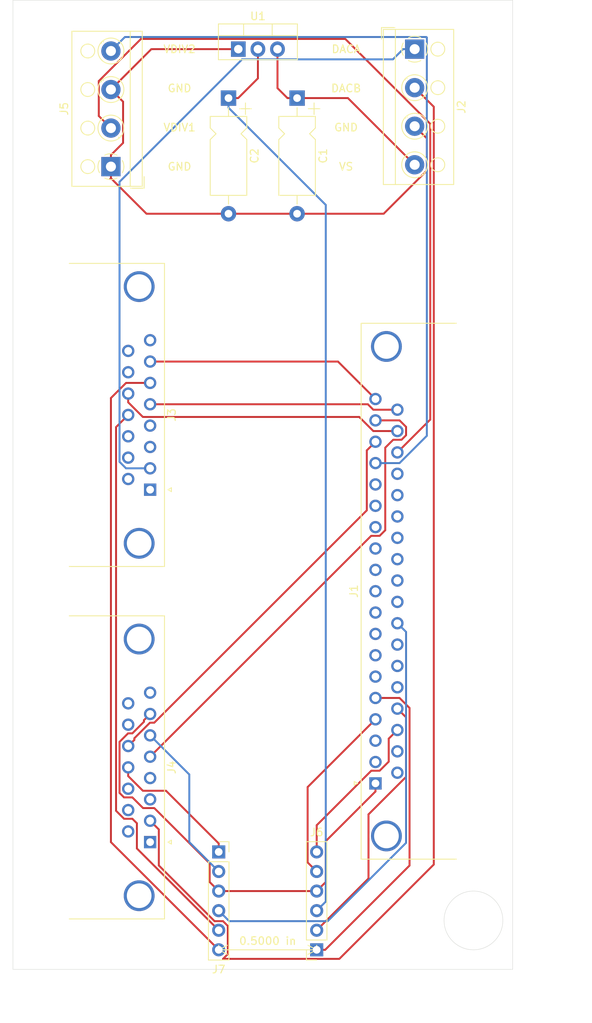
<source format=kicad_pcb>
(kicad_pcb (version 20171130) (host pcbnew "(6.0.0-rc1-dev-392-gd9d005190)")

  (general
    (thickness 1.6)
    (drawings 16)
    (tracks 165)
    (zones 0)
    (modules 10)
    (nets 59)
  )

  (page A4)
  (layers
    (0 F.Cu signal)
    (31 B.Cu signal)
    (32 B.Adhes user)
    (33 F.Adhes user)
    (34 B.Paste user)
    (35 F.Paste user)
    (36 B.SilkS user)
    (37 F.SilkS user)
    (38 B.Mask user)
    (39 F.Mask user)
    (40 Dwgs.User user)
    (41 Cmts.User user)
    (42 Eco1.User user)
    (43 Eco2.User user)
    (44 Edge.Cuts user)
    (45 Margin user)
    (46 B.CrtYd user)
    (47 F.CrtYd user)
    (48 B.Fab user)
    (49 F.Fab user)
  )

  (setup
    (last_trace_width 0.25)
    (trace_clearance 0.2)
    (zone_clearance 0.508)
    (zone_45_only no)
    (trace_min 0.2)
    (via_size 0.8)
    (via_drill 0.4)
    (via_min_size 0.4)
    (via_min_drill 0.3)
    (uvia_size 0.3)
    (uvia_drill 0.1)
    (uvias_allowed no)
    (uvia_min_size 0.2)
    (uvia_min_drill 0.1)
    (edge_width 0.05)
    (segment_width 0.2)
    (pcb_text_width 0.3)
    (pcb_text_size 1.5 1.5)
    (mod_edge_width 0.12)
    (mod_text_size 1 1)
    (mod_text_width 0.15)
    (pad_size 1.524 1.524)
    (pad_drill 0.762)
    (pad_to_mask_clearance 0.2)
    (aux_axis_origin 0 0)
    (visible_elements 7FFFFFFF)
    (pcbplotparams
      (layerselection 0x010fc_ffffffff)
      (usegerberextensions true)
      (usegerberattributes false)
      (usegerberadvancedattributes false)
      (creategerberjobfile false)
      (excludeedgelayer true)
      (linewidth 0.100000)
      (plotframeref false)
      (viasonmask false)
      (mode 1)
      (useauxorigin false)
      (hpglpennumber 1)
      (hpglpenspeed 20)
      (hpglpendiameter 15.000000)
      (psnegative false)
      (psa4output false)
      (plotreference true)
      (plotvalue true)
      (plotinvisibletext false)
      (padsonsilk false)
      (subtractmaskfromsilk false)
      (outputformat 1)
      (mirror false)
      (drillshape 0)
      (scaleselection 1)
      (outputdirectory ""))
  )

  (net 0 "")
  (net 1 VS)
  (net 2 GND)
  (net 3 3.3V)
  (net 4 "Net-(J1-Pad2)")
  (net 5 "Net-(J1-Pad3)")
  (net 6 /LV3_FIO4)
  (net 7 /LV1_FIO2)
  (net 8 "Net-(J1-Pad6)")
  (net 9 "Net-(J1-Pad7)")
  (net 10 "Net-(J1-Pad9)")
  (net 11 "Net-(J1-Pad11)")
  (net 12 "Net-(J1-Pad12)")
  (net 13 "Net-(J1-Pad13)")
  (net 14 "Net-(J1-Pad14)")
  (net 15 "Net-(J1-Pad15)")
  (net 16 /VDIV2_AIN5)
  (net 17 /CURRENT2_AIN3)
  (net 18 /VOLTAGE2_AIN1)
  (net 19 "Net-(J1-Pad20)")
  (net 20 "Net-(J1-Pad21)")
  (net 21 /LV4_FIO5)
  (net 22 /LV2_FIO3)
  (net 23 "Net-(J1-Pad24)")
  (net 24 "Net-(J1-Pad25)")
  (net 25 "Net-(J1-Pad26)")
  (net 26 "Net-(J1-Pad28)")
  (net 27 "Net-(J1-Pad29)")
  (net 28 "Net-(J1-Pad31)")
  (net 29 "Net-(J1-Pad32)")
  (net 30 "Net-(J1-Pad33)")
  (net 31 "Net-(J1-Pad34)")
  (net 32 /VDIV1_AIN4)
  (net 33 /CURRENT1_AIN2)
  (net 34 /VOLTAGE1_AIN0)
  (net 35 /PROGRAM1_DACA)
  (net 36 /PROGRAM2_DACB)
  (net 37 "Net-(J3-Pad15)")
  (net 38 "Net-(J3-Pad14)")
  (net 39 /HV2_HVENABLE1)
  (net 40 "Net-(J3-Pad11)")
  (net 41 "Net-(J3-Pad10)")
  (net 42 "Net-(J3-Pad9)")
  (net 43 "Net-(J3-Pad8)")
  (net 44 /HV1_POLARITY1)
  (net 45 "Net-(J3-Pad4)")
  (net 46 "Net-(J3-Pad3)")
  (net 47 "Net-(J3-Pad1)")
  (net 48 "Net-(J4-Pad1)")
  (net 49 "Net-(J4-Pad3)")
  (net 50 "Net-(J4-Pad4)")
  (net 51 /HV3_POLARITY2)
  (net 52 "Net-(J4-Pad8)")
  (net 53 "Net-(J4-Pad9)")
  (net 54 "Net-(J4-Pad10)")
  (net 55 "Net-(J4-Pad11)")
  (net 56 /HV4_HVENABLE2)
  (net 57 "Net-(J4-Pad14)")
  (net 58 "Net-(J4-Pad15)")

  (net_class Default "This is the default net class."
    (clearance 0.2)
    (trace_width 0.25)
    (via_dia 0.8)
    (via_drill 0.4)
    (uvia_dia 0.3)
    (uvia_drill 0.1)
    (add_net /CURRENT1_AIN2)
    (add_net /CURRENT2_AIN3)
    (add_net /HV1_POLARITY1)
    (add_net /HV2_HVENABLE1)
    (add_net /HV3_POLARITY2)
    (add_net /HV4_HVENABLE2)
    (add_net /LV1_FIO2)
    (add_net /LV2_FIO3)
    (add_net /LV3_FIO4)
    (add_net /LV4_FIO5)
    (add_net /PROGRAM1_DACA)
    (add_net /PROGRAM2_DACB)
    (add_net /VDIV1_AIN4)
    (add_net /VDIV2_AIN5)
    (add_net /VOLTAGE1_AIN0)
    (add_net /VOLTAGE2_AIN1)
    (add_net 3.3V)
    (add_net GND)
    (add_net "Net-(J1-Pad11)")
    (add_net "Net-(J1-Pad12)")
    (add_net "Net-(J1-Pad13)")
    (add_net "Net-(J1-Pad14)")
    (add_net "Net-(J1-Pad15)")
    (add_net "Net-(J1-Pad2)")
    (add_net "Net-(J1-Pad20)")
    (add_net "Net-(J1-Pad21)")
    (add_net "Net-(J1-Pad24)")
    (add_net "Net-(J1-Pad25)")
    (add_net "Net-(J1-Pad26)")
    (add_net "Net-(J1-Pad28)")
    (add_net "Net-(J1-Pad29)")
    (add_net "Net-(J1-Pad3)")
    (add_net "Net-(J1-Pad31)")
    (add_net "Net-(J1-Pad32)")
    (add_net "Net-(J1-Pad33)")
    (add_net "Net-(J1-Pad34)")
    (add_net "Net-(J1-Pad6)")
    (add_net "Net-(J1-Pad7)")
    (add_net "Net-(J1-Pad9)")
    (add_net "Net-(J3-Pad1)")
    (add_net "Net-(J3-Pad10)")
    (add_net "Net-(J3-Pad11)")
    (add_net "Net-(J3-Pad14)")
    (add_net "Net-(J3-Pad15)")
    (add_net "Net-(J3-Pad3)")
    (add_net "Net-(J3-Pad4)")
    (add_net "Net-(J3-Pad8)")
    (add_net "Net-(J3-Pad9)")
    (add_net "Net-(J4-Pad1)")
    (add_net "Net-(J4-Pad10)")
    (add_net "Net-(J4-Pad11)")
    (add_net "Net-(J4-Pad14)")
    (add_net "Net-(J4-Pad15)")
    (add_net "Net-(J4-Pad3)")
    (add_net "Net-(J4-Pad4)")
    (add_net "Net-(J4-Pad8)")
    (add_net "Net-(J4-Pad9)")
    (add_net VS)
  )

  (module Capacitor_THT:CP_Axial_L10.0mm_D4.5mm_P15.00mm_Horizontal (layer F.Cu) (tedit 5AE50EF2) (tstamp 5B88B80A)
    (at 116.84 48.26 270)
    (descr "CP, Axial series, Axial, Horizontal, pin pitch=15mm, , length*diameter=10*4.5mm^2, Electrolytic Capacitor, , http://www.vishay.com/docs/28325/021asm.pdf")
    (tags "CP Axial series Axial Horizontal pin pitch 15mm  length 10mm diameter 4.5mm Electrolytic Capacitor")
    (path /5B8B1354)
    (fp_text reference C1 (at 7.5 -3.37 270) (layer F.SilkS)
      (effects (font (size 1 1) (thickness 0.15)))
    )
    (fp_text value 10muF (at 7.5 3.37 270) (layer F.Fab)
      (effects (font (size 1 1) (thickness 0.15)))
    )
    (fp_line (start 2.5 -2.25) (end 2.5 2.25) (layer F.Fab) (width 0.1))
    (fp_line (start 12.5 -2.25) (end 12.5 2.25) (layer F.Fab) (width 0.1))
    (fp_line (start 2.5 -2.25) (end 3.88 -2.25) (layer F.Fab) (width 0.1))
    (fp_line (start 3.88 -2.25) (end 4.63 -1.5) (layer F.Fab) (width 0.1))
    (fp_line (start 4.63 -1.5) (end 5.38 -2.25) (layer F.Fab) (width 0.1))
    (fp_line (start 5.38 -2.25) (end 12.5 -2.25) (layer F.Fab) (width 0.1))
    (fp_line (start 2.5 2.25) (end 3.88 2.25) (layer F.Fab) (width 0.1))
    (fp_line (start 3.88 2.25) (end 4.63 1.5) (layer F.Fab) (width 0.1))
    (fp_line (start 4.63 1.5) (end 5.38 2.25) (layer F.Fab) (width 0.1))
    (fp_line (start 5.38 2.25) (end 12.5 2.25) (layer F.Fab) (width 0.1))
    (fp_line (start 0 0) (end 2.5 0) (layer F.Fab) (width 0.1))
    (fp_line (start 15 0) (end 12.5 0) (layer F.Fab) (width 0.1))
    (fp_line (start 3.9 0) (end 5.4 0) (layer F.Fab) (width 0.1))
    (fp_line (start 4.65 -0.75) (end 4.65 0.75) (layer F.Fab) (width 0.1))
    (fp_line (start 0.63 -2.2) (end 2.13 -2.2) (layer F.SilkS) (width 0.12))
    (fp_line (start 1.38 -2.95) (end 1.38 -1.45) (layer F.SilkS) (width 0.12))
    (fp_line (start 2.38 -2.37) (end 2.38 2.37) (layer F.SilkS) (width 0.12))
    (fp_line (start 12.62 -2.37) (end 12.62 2.37) (layer F.SilkS) (width 0.12))
    (fp_line (start 2.38 -2.37) (end 3.88 -2.37) (layer F.SilkS) (width 0.12))
    (fp_line (start 3.88 -2.37) (end 4.63 -1.62) (layer F.SilkS) (width 0.12))
    (fp_line (start 4.63 -1.62) (end 5.38 -2.37) (layer F.SilkS) (width 0.12))
    (fp_line (start 5.38 -2.37) (end 12.62 -2.37) (layer F.SilkS) (width 0.12))
    (fp_line (start 2.38 2.37) (end 3.88 2.37) (layer F.SilkS) (width 0.12))
    (fp_line (start 3.88 2.37) (end 4.63 1.62) (layer F.SilkS) (width 0.12))
    (fp_line (start 4.63 1.62) (end 5.38 2.37) (layer F.SilkS) (width 0.12))
    (fp_line (start 5.38 2.37) (end 12.62 2.37) (layer F.SilkS) (width 0.12))
    (fp_line (start 1.24 0) (end 2.38 0) (layer F.SilkS) (width 0.12))
    (fp_line (start 13.76 0) (end 12.62 0) (layer F.SilkS) (width 0.12))
    (fp_line (start -1.25 -2.5) (end -1.25 2.5) (layer F.CrtYd) (width 0.05))
    (fp_line (start -1.25 2.5) (end 16.25 2.5) (layer F.CrtYd) (width 0.05))
    (fp_line (start 16.25 2.5) (end 16.25 -2.5) (layer F.CrtYd) (width 0.05))
    (fp_line (start 16.25 -2.5) (end -1.25 -2.5) (layer F.CrtYd) (width 0.05))
    (fp_text user %R (at 7.5 0 270) (layer F.Fab)
      (effects (font (size 1 1) (thickness 0.15)))
    )
    (pad 1 thru_hole rect (at 0 0 270) (size 2 2) (drill 1) (layers *.Cu *.Mask)
      (net 1 VS))
    (pad 2 thru_hole oval (at 15 0 270) (size 2 2) (drill 1) (layers *.Cu *.Mask)
      (net 2 GND))
    (model ${KISYS3DMOD}/Capacitor_THT.3dshapes/CP_Axial_L10.0mm_D4.5mm_P15.00mm_Horizontal.wrl
      (at (xyz 0 0 0))
      (scale (xyz 1 1 1))
      (rotate (xyz 0 0 0))
    )
  )

  (module Capacitor_THT:CP_Axial_L10.0mm_D4.5mm_P15.00mm_Horizontal (layer F.Cu) (tedit 5AE50EF2) (tstamp 5B88A854)
    (at 107.95 48.26 270)
    (descr "CP, Axial series, Axial, Horizontal, pin pitch=15mm, , length*diameter=10*4.5mm^2, Electrolytic Capacitor, , http://www.vishay.com/docs/28325/021asm.pdf")
    (tags "CP Axial series Axial Horizontal pin pitch 15mm  length 10mm diameter 4.5mm Electrolytic Capacitor")
    (path /5B8B1444)
    (fp_text reference C2 (at 7.5 -3.37 270) (layer F.SilkS)
      (effects (font (size 1 1) (thickness 0.15)))
    )
    (fp_text value 10muF (at 7.5 3.37 270) (layer F.Fab)
      (effects (font (size 1 1) (thickness 0.15)))
    )
    (fp_text user %R (at 7.5 0 270) (layer F.Fab)
      (effects (font (size 1 1) (thickness 0.15)))
    )
    (fp_line (start 16.25 -2.5) (end -1.25 -2.5) (layer F.CrtYd) (width 0.05))
    (fp_line (start 16.25 2.5) (end 16.25 -2.5) (layer F.CrtYd) (width 0.05))
    (fp_line (start -1.25 2.5) (end 16.25 2.5) (layer F.CrtYd) (width 0.05))
    (fp_line (start -1.25 -2.5) (end -1.25 2.5) (layer F.CrtYd) (width 0.05))
    (fp_line (start 13.76 0) (end 12.62 0) (layer F.SilkS) (width 0.12))
    (fp_line (start 1.24 0) (end 2.38 0) (layer F.SilkS) (width 0.12))
    (fp_line (start 5.38 2.37) (end 12.62 2.37) (layer F.SilkS) (width 0.12))
    (fp_line (start 4.63 1.62) (end 5.38 2.37) (layer F.SilkS) (width 0.12))
    (fp_line (start 3.88 2.37) (end 4.63 1.62) (layer F.SilkS) (width 0.12))
    (fp_line (start 2.38 2.37) (end 3.88 2.37) (layer F.SilkS) (width 0.12))
    (fp_line (start 5.38 -2.37) (end 12.62 -2.37) (layer F.SilkS) (width 0.12))
    (fp_line (start 4.63 -1.62) (end 5.38 -2.37) (layer F.SilkS) (width 0.12))
    (fp_line (start 3.88 -2.37) (end 4.63 -1.62) (layer F.SilkS) (width 0.12))
    (fp_line (start 2.38 -2.37) (end 3.88 -2.37) (layer F.SilkS) (width 0.12))
    (fp_line (start 12.62 -2.37) (end 12.62 2.37) (layer F.SilkS) (width 0.12))
    (fp_line (start 2.38 -2.37) (end 2.38 2.37) (layer F.SilkS) (width 0.12))
    (fp_line (start 1.38 -2.95) (end 1.38 -1.45) (layer F.SilkS) (width 0.12))
    (fp_line (start 0.63 -2.2) (end 2.13 -2.2) (layer F.SilkS) (width 0.12))
    (fp_line (start 4.65 -0.75) (end 4.65 0.75) (layer F.Fab) (width 0.1))
    (fp_line (start 3.9 0) (end 5.4 0) (layer F.Fab) (width 0.1))
    (fp_line (start 15 0) (end 12.5 0) (layer F.Fab) (width 0.1))
    (fp_line (start 0 0) (end 2.5 0) (layer F.Fab) (width 0.1))
    (fp_line (start 5.38 2.25) (end 12.5 2.25) (layer F.Fab) (width 0.1))
    (fp_line (start 4.63 1.5) (end 5.38 2.25) (layer F.Fab) (width 0.1))
    (fp_line (start 3.88 2.25) (end 4.63 1.5) (layer F.Fab) (width 0.1))
    (fp_line (start 2.5 2.25) (end 3.88 2.25) (layer F.Fab) (width 0.1))
    (fp_line (start 5.38 -2.25) (end 12.5 -2.25) (layer F.Fab) (width 0.1))
    (fp_line (start 4.63 -1.5) (end 5.38 -2.25) (layer F.Fab) (width 0.1))
    (fp_line (start 3.88 -2.25) (end 4.63 -1.5) (layer F.Fab) (width 0.1))
    (fp_line (start 2.5 -2.25) (end 3.88 -2.25) (layer F.Fab) (width 0.1))
    (fp_line (start 12.5 -2.25) (end 12.5 2.25) (layer F.Fab) (width 0.1))
    (fp_line (start 2.5 -2.25) (end 2.5 2.25) (layer F.Fab) (width 0.1))
    (pad 2 thru_hole oval (at 15 0 270) (size 2 2) (drill 1) (layers *.Cu *.Mask)
      (net 2 GND))
    (pad 1 thru_hole rect (at 0 0 270) (size 2 2) (drill 1) (layers *.Cu *.Mask)
      (net 3 3.3V))
    (model ${KISYS3DMOD}/Capacitor_THT.3dshapes/CP_Axial_L10.0mm_D4.5mm_P15.00mm_Horizontal.wrl
      (at (xyz 0 0 0))
      (scale (xyz 1 1 1))
      (rotate (xyz 0 0 0))
    )
  )

  (module TerminalBlock_RND:TerminalBlock_RND_205-00003_1x04_P5.00mm_Horizontal (layer F.Cu) (tedit 5B294F8D) (tstamp 5B88A8E6)
    (at 132.08 41.91 270)
    (descr "terminal block RND 205-00003, 4 pins, pitch 5mm, size 20x9mm^2, drill diamater 1.3mm, pad diameter 2.5mm, see http://cdn-reichelt.de/documents/datenblatt/C151/RND_205-00001_DB_EN.pdf, script-generated using https://github.com/pointhi/kicad-footprint-generator/scripts/TerminalBlock_RND")
    (tags "THT terminal block RND 205-00003 pitch 5mm size 20x9mm^2 drill 1.3mm pad 2.5mm")
    (path /5B887536)
    (fp_text reference J2 (at 7.5 -6.06 270) (layer F.SilkS)
      (effects (font (size 1 1) (thickness 0.15)))
    )
    (fp_text value Screw_Terminal_01x04 (at 7.5 5.06 270) (layer F.Fab)
      (effects (font (size 1 1) (thickness 0.15)))
    )
    (fp_arc (start 0 0) (end 0 1.68) (angle -28) (layer F.SilkS) (width 0.12))
    (fp_arc (start 0 0) (end 1.484 0.789) (angle -56) (layer F.SilkS) (width 0.12))
    (fp_arc (start 0 0) (end 0.789 -1.484) (angle -56) (layer F.SilkS) (width 0.12))
    (fp_arc (start 0 0) (end -1.484 -0.789) (angle -56) (layer F.SilkS) (width 0.12))
    (fp_arc (start 0 0) (end -0.789 1.484) (angle -29) (layer F.SilkS) (width 0.12))
    (fp_circle (center 0 0) (end 1.5 0) (layer F.Fab) (width 0.1))
    (fp_circle (center 0 -3) (end 0.9 -3) (layer F.Fab) (width 0.1))
    (fp_circle (center 0 -3) (end 0.9 -3) (layer F.SilkS) (width 0.12))
    (fp_circle (center 5 0) (end 6.5 0) (layer F.Fab) (width 0.1))
    (fp_circle (center 5 0) (end 6.68 0) (layer F.SilkS) (width 0.12))
    (fp_circle (center 5 -3) (end 5.9 -3) (layer F.Fab) (width 0.1))
    (fp_circle (center 5 -3) (end 5.9 -3) (layer F.SilkS) (width 0.12))
    (fp_circle (center 10 0) (end 11.5 0) (layer F.Fab) (width 0.1))
    (fp_circle (center 10 0) (end 11.68 0) (layer F.SilkS) (width 0.12))
    (fp_circle (center 10 -3) (end 10.9 -3) (layer F.Fab) (width 0.1))
    (fp_circle (center 10 -3) (end 10.9 -3) (layer F.SilkS) (width 0.12))
    (fp_circle (center 15 0) (end 16.5 0) (layer F.Fab) (width 0.1))
    (fp_circle (center 15 0) (end 16.68 0) (layer F.SilkS) (width 0.12))
    (fp_circle (center 15 -3) (end 15.9 -3) (layer F.Fab) (width 0.1))
    (fp_circle (center 15 -3) (end 15.9 -3) (layer F.SilkS) (width 0.12))
    (fp_line (start -2.5 -5) (end 17.5 -5) (layer F.Fab) (width 0.1))
    (fp_line (start 17.5 -5) (end 17.5 4) (layer F.Fab) (width 0.1))
    (fp_line (start 17.5 4) (end -1 4) (layer F.Fab) (width 0.1))
    (fp_line (start -1 4) (end -2.5 2.5) (layer F.Fab) (width 0.1))
    (fp_line (start -2.5 2.5) (end -2.5 -5) (layer F.Fab) (width 0.1))
    (fp_line (start -2.5 2.5) (end 17.5 2.5) (layer F.Fab) (width 0.1))
    (fp_line (start -2.56 2.5) (end 17.561 2.5) (layer F.SilkS) (width 0.12))
    (fp_line (start -2.56 -5.06) (end 17.561 -5.06) (layer F.SilkS) (width 0.12))
    (fp_line (start -2.56 4.06) (end 17.561 4.06) (layer F.SilkS) (width 0.12))
    (fp_line (start -2.56 -5.06) (end -2.56 4.06) (layer F.SilkS) (width 0.12))
    (fp_line (start 17.561 -5.06) (end 17.561 4.06) (layer F.SilkS) (width 0.12))
    (fp_line (start 1.138 -0.955) (end -0.955 1.138) (layer F.Fab) (width 0.1))
    (fp_line (start 0.955 -1.138) (end -1.138 0.955) (layer F.Fab) (width 0.1))
    (fp_line (start 6.138 -0.955) (end 4.046 1.138) (layer F.Fab) (width 0.1))
    (fp_line (start 5.955 -1.138) (end 3.863 0.955) (layer F.Fab) (width 0.1))
    (fp_line (start 6.275 -1.069) (end 6.181 -0.976) (layer F.SilkS) (width 0.12))
    (fp_line (start 3.99 1.216) (end 3.931 1.274) (layer F.SilkS) (width 0.12))
    (fp_line (start 6.07 -1.275) (end 6.011 -1.216) (layer F.SilkS) (width 0.12))
    (fp_line (start 3.82 0.976) (end 3.726 1.069) (layer F.SilkS) (width 0.12))
    (fp_line (start 11.138 -0.955) (end 9.046 1.138) (layer F.Fab) (width 0.1))
    (fp_line (start 10.955 -1.138) (end 8.863 0.955) (layer F.Fab) (width 0.1))
    (fp_line (start 11.275 -1.069) (end 11.181 -0.976) (layer F.SilkS) (width 0.12))
    (fp_line (start 8.99 1.216) (end 8.931 1.274) (layer F.SilkS) (width 0.12))
    (fp_line (start 11.07 -1.275) (end 11.011 -1.216) (layer F.SilkS) (width 0.12))
    (fp_line (start 8.82 0.976) (end 8.726 1.069) (layer F.SilkS) (width 0.12))
    (fp_line (start 16.138 -0.955) (end 14.046 1.138) (layer F.Fab) (width 0.1))
    (fp_line (start 15.955 -1.138) (end 13.863 0.955) (layer F.Fab) (width 0.1))
    (fp_line (start 16.275 -1.069) (end 16.181 -0.976) (layer F.SilkS) (width 0.12))
    (fp_line (start 13.99 1.216) (end 13.931 1.274) (layer F.SilkS) (width 0.12))
    (fp_line (start 16.07 -1.275) (end 16.011 -1.216) (layer F.SilkS) (width 0.12))
    (fp_line (start 13.82 0.976) (end 13.726 1.069) (layer F.SilkS) (width 0.12))
    (fp_line (start -2.8 2.56) (end -2.8 4.3) (layer F.SilkS) (width 0.12))
    (fp_line (start -2.8 4.3) (end -1.3 4.3) (layer F.SilkS) (width 0.12))
    (fp_line (start -3 -5.5) (end -3 4.5) (layer F.CrtYd) (width 0.05))
    (fp_line (start -3 4.5) (end 18 4.5) (layer F.CrtYd) (width 0.05))
    (fp_line (start 18 4.5) (end 18 -5.5) (layer F.CrtYd) (width 0.05))
    (fp_line (start 18 -5.5) (end -3 -5.5) (layer F.CrtYd) (width 0.05))
    (fp_text user %R (at 7.5 -6.06 270) (layer F.Fab)
      (effects (font (size 1 1) (thickness 0.15)))
    )
    (pad 1 thru_hole rect (at 0 0 270) (size 2.5 2.5) (drill 1.3) (layers *.Cu *.Mask)
      (net 35 /PROGRAM1_DACA))
    (pad 2 thru_hole circle (at 5 0 270) (size 2.5 2.5) (drill 1.3) (layers *.Cu *.Mask)
      (net 36 /PROGRAM2_DACB))
    (pad 3 thru_hole circle (at 10 0 270) (size 2.5 2.5) (drill 1.3) (layers *.Cu *.Mask)
      (net 2 GND))
    (pad 4 thru_hole circle (at 15 0 270) (size 2.5 2.5) (drill 1.3) (layers *.Cu *.Mask)
      (net 1 VS))
    (model ${KISYS3DMOD}/TerminalBlock_RND.3dshapes/TerminalBlock_RND_205-00003_1x04_P5.00mm_Horizontal.wrl
      (at (xyz 0 0 0))
      (scale (xyz 1 1 1))
      (rotate (xyz 0 0 0))
    )
  )

  (module TerminalBlock_RND:TerminalBlock_RND_205-00003_1x04_P5.00mm_Horizontal (layer F.Cu) (tedit 5B294F8D) (tstamp 5B88A99C)
    (at 92.71 57.15 90)
    (descr "terminal block RND 205-00003, 4 pins, pitch 5mm, size 20x9mm^2, drill diamater 1.3mm, pad diameter 2.5mm, see http://cdn-reichelt.de/documents/datenblatt/C151/RND_205-00001_DB_EN.pdf, script-generated using https://github.com/pointhi/kicad-footprint-generator/scripts/TerminalBlock_RND")
    (tags "THT terminal block RND 205-00003 pitch 5mm size 20x9mm^2 drill 1.3mm pad 2.5mm")
    (path /5B88853B)
    (fp_text reference J5 (at 7.5 -6.06 90) (layer F.SilkS)
      (effects (font (size 1 1) (thickness 0.15)))
    )
    (fp_text value Screw_Terminal_01x04 (at 7.5 5.06 90) (layer F.Fab)
      (effects (font (size 1 1) (thickness 0.15)))
    )
    (fp_text user %R (at 7.5 -6.06 90) (layer F.Fab)
      (effects (font (size 1 1) (thickness 0.15)))
    )
    (fp_line (start 18 -5.5) (end -3 -5.5) (layer F.CrtYd) (width 0.05))
    (fp_line (start 18 4.5) (end 18 -5.5) (layer F.CrtYd) (width 0.05))
    (fp_line (start -3 4.5) (end 18 4.5) (layer F.CrtYd) (width 0.05))
    (fp_line (start -3 -5.5) (end -3 4.5) (layer F.CrtYd) (width 0.05))
    (fp_line (start -2.8 4.3) (end -1.3 4.3) (layer F.SilkS) (width 0.12))
    (fp_line (start -2.8 2.56) (end -2.8 4.3) (layer F.SilkS) (width 0.12))
    (fp_line (start 13.82 0.976) (end 13.726 1.069) (layer F.SilkS) (width 0.12))
    (fp_line (start 16.07 -1.275) (end 16.011 -1.216) (layer F.SilkS) (width 0.12))
    (fp_line (start 13.99 1.216) (end 13.931 1.274) (layer F.SilkS) (width 0.12))
    (fp_line (start 16.275 -1.069) (end 16.181 -0.976) (layer F.SilkS) (width 0.12))
    (fp_line (start 15.955 -1.138) (end 13.863 0.955) (layer F.Fab) (width 0.1))
    (fp_line (start 16.138 -0.955) (end 14.046 1.138) (layer F.Fab) (width 0.1))
    (fp_line (start 8.82 0.976) (end 8.726 1.069) (layer F.SilkS) (width 0.12))
    (fp_line (start 11.07 -1.275) (end 11.011 -1.216) (layer F.SilkS) (width 0.12))
    (fp_line (start 8.99 1.216) (end 8.931 1.274) (layer F.SilkS) (width 0.12))
    (fp_line (start 11.275 -1.069) (end 11.181 -0.976) (layer F.SilkS) (width 0.12))
    (fp_line (start 10.955 -1.138) (end 8.863 0.955) (layer F.Fab) (width 0.1))
    (fp_line (start 11.138 -0.955) (end 9.046 1.138) (layer F.Fab) (width 0.1))
    (fp_line (start 3.82 0.976) (end 3.726 1.069) (layer F.SilkS) (width 0.12))
    (fp_line (start 6.07 -1.275) (end 6.011 -1.216) (layer F.SilkS) (width 0.12))
    (fp_line (start 3.99 1.216) (end 3.931 1.274) (layer F.SilkS) (width 0.12))
    (fp_line (start 6.275 -1.069) (end 6.181 -0.976) (layer F.SilkS) (width 0.12))
    (fp_line (start 5.955 -1.138) (end 3.863 0.955) (layer F.Fab) (width 0.1))
    (fp_line (start 6.138 -0.955) (end 4.046 1.138) (layer F.Fab) (width 0.1))
    (fp_line (start 0.955 -1.138) (end -1.138 0.955) (layer F.Fab) (width 0.1))
    (fp_line (start 1.138 -0.955) (end -0.955 1.138) (layer F.Fab) (width 0.1))
    (fp_line (start 17.561 -5.06) (end 17.561 4.06) (layer F.SilkS) (width 0.12))
    (fp_line (start -2.56 -5.06) (end -2.56 4.06) (layer F.SilkS) (width 0.12))
    (fp_line (start -2.56 4.06) (end 17.561 4.06) (layer F.SilkS) (width 0.12))
    (fp_line (start -2.56 -5.06) (end 17.561 -5.06) (layer F.SilkS) (width 0.12))
    (fp_line (start -2.56 2.5) (end 17.561 2.5) (layer F.SilkS) (width 0.12))
    (fp_line (start -2.5 2.5) (end 17.5 2.5) (layer F.Fab) (width 0.1))
    (fp_line (start -2.5 2.5) (end -2.5 -5) (layer F.Fab) (width 0.1))
    (fp_line (start -1 4) (end -2.5 2.5) (layer F.Fab) (width 0.1))
    (fp_line (start 17.5 4) (end -1 4) (layer F.Fab) (width 0.1))
    (fp_line (start 17.5 -5) (end 17.5 4) (layer F.Fab) (width 0.1))
    (fp_line (start -2.5 -5) (end 17.5 -5) (layer F.Fab) (width 0.1))
    (fp_circle (center 15 -3) (end 15.9 -3) (layer F.SilkS) (width 0.12))
    (fp_circle (center 15 -3) (end 15.9 -3) (layer F.Fab) (width 0.1))
    (fp_circle (center 15 0) (end 16.68 0) (layer F.SilkS) (width 0.12))
    (fp_circle (center 15 0) (end 16.5 0) (layer F.Fab) (width 0.1))
    (fp_circle (center 10 -3) (end 10.9 -3) (layer F.SilkS) (width 0.12))
    (fp_circle (center 10 -3) (end 10.9 -3) (layer F.Fab) (width 0.1))
    (fp_circle (center 10 0) (end 11.68 0) (layer F.SilkS) (width 0.12))
    (fp_circle (center 10 0) (end 11.5 0) (layer F.Fab) (width 0.1))
    (fp_circle (center 5 -3) (end 5.9 -3) (layer F.SilkS) (width 0.12))
    (fp_circle (center 5 -3) (end 5.9 -3) (layer F.Fab) (width 0.1))
    (fp_circle (center 5 0) (end 6.68 0) (layer F.SilkS) (width 0.12))
    (fp_circle (center 5 0) (end 6.5 0) (layer F.Fab) (width 0.1))
    (fp_circle (center 0 -3) (end 0.9 -3) (layer F.SilkS) (width 0.12))
    (fp_circle (center 0 -3) (end 0.9 -3) (layer F.Fab) (width 0.1))
    (fp_circle (center 0 0) (end 1.5 0) (layer F.Fab) (width 0.1))
    (fp_arc (start 0 0) (end -0.789 1.484) (angle -29) (layer F.SilkS) (width 0.12))
    (fp_arc (start 0 0) (end -1.484 -0.789) (angle -56) (layer F.SilkS) (width 0.12))
    (fp_arc (start 0 0) (end 0.789 -1.484) (angle -56) (layer F.SilkS) (width 0.12))
    (fp_arc (start 0 0) (end 1.484 0.789) (angle -56) (layer F.SilkS) (width 0.12))
    (fp_arc (start 0 0) (end 0 1.68) (angle -28) (layer F.SilkS) (width 0.12))
    (pad 4 thru_hole circle (at 15 0 90) (size 2.5 2.5) (drill 1.3) (layers *.Cu *.Mask)
      (net 16 /VDIV2_AIN5))
    (pad 3 thru_hole circle (at 10 0 90) (size 2.5 2.5) (drill 1.3) (layers *.Cu *.Mask)
      (net 2 GND))
    (pad 2 thru_hole circle (at 5 0 90) (size 2.5 2.5) (drill 1.3) (layers *.Cu *.Mask)
      (net 32 /VDIV1_AIN4))
    (pad 1 thru_hole rect (at 0 0 90) (size 2.5 2.5) (drill 1.3) (layers *.Cu *.Mask)
      (net 2 GND))
    (model ${KISYS3DMOD}/TerminalBlock_RND.3dshapes/TerminalBlock_RND_205-00003_1x04_P5.00mm_Horizontal.wrl
      (at (xyz 0 0 0))
      (scale (xyz 1 1 1))
      (rotate (xyz 0 0 0))
    )
  )

  (module Connector_PinSocket_2.54mm:PinSocket_1x06_P2.54mm_Vertical (layer F.Cu) (tedit 5B8998B7) (tstamp 5B88A9B6)
    (at 119.38 158.75 180)
    (descr "Through hole straight socket strip, 1x06, 2.54mm pitch, single row (from Kicad 4.0.7), script generated")
    (tags "Through hole socket strip THT 1x06 2.54mm single row")
    (path /5B88B19E)
    (fp_text reference J6 (at 0 15.24 180) (layer F.SilkS)
      (effects (font (size 1 1) (thickness 0.15)))
    )
    (fp_text value Conn_01x06_Female (at 0 -2.54 180) (layer F.Fab)
      (effects (font (size 1 1) (thickness 0.15)))
    )
    (fp_line (start -1.27 -1.27) (end 0.635 -1.27) (layer F.Fab) (width 0.1))
    (fp_line (start 0.635 -1.27) (end 1.27 -0.635) (layer F.Fab) (width 0.1))
    (fp_line (start 1.27 -0.635) (end 1.27 13.97) (layer F.Fab) (width 0.1))
    (fp_line (start 1.27 13.97) (end -1.27 13.97) (layer F.Fab) (width 0.1))
    (fp_line (start -1.27 13.97) (end -1.27 -1.27) (layer F.Fab) (width 0.1))
    (fp_line (start -1.33 1.27) (end 1.33 1.27) (layer F.SilkS) (width 0.12))
    (fp_line (start -1.33 1.27) (end -1.33 14.03) (layer F.SilkS) (width 0.12))
    (fp_line (start -1.33 14.03) (end 1.33 14.03) (layer F.SilkS) (width 0.12))
    (fp_line (start 1.33 1.27) (end 1.33 14.03) (layer F.SilkS) (width 0.12))
    (fp_line (start 1.33 -1.33) (end 1.33 0) (layer F.SilkS) (width 0.12))
    (fp_line (start 0 -1.33) (end 1.33 -1.33) (layer F.SilkS) (width 0.12))
    (fp_line (start -1.8 -1.8) (end 1.75 -1.8) (layer F.CrtYd) (width 0.05))
    (fp_line (start 1.75 -1.8) (end 1.75 14.45) (layer F.CrtYd) (width 0.05))
    (fp_line (start 1.75 14.45) (end -1.8 14.45) (layer F.CrtYd) (width 0.05))
    (fp_line (start -1.8 14.45) (end -1.8 -1.8) (layer F.CrtYd) (width 0.05))
    (fp_text user %R (at 0 6.35 270) (layer F.Fab)
      (effects (font (size 1 1) (thickness 0.15)))
    )
    (pad 1 thru_hole rect (at 0 0 180) (size 1.7 1.7) (drill 1) (layers *.Cu *.Mask)
      (net 7 /LV1_FIO2))
    (pad 2 thru_hole oval (at 0 2.54 180) (size 1.7 1.7) (drill 1) (layers *.Cu *.Mask)
      (net 22 /LV2_FIO3))
    (pad 3 thru_hole oval (at 0 5.08 180) (size 1.7 1.7) (drill 1) (layers *.Cu *.Mask)
      (net 3 3.3V))
    (pad 4 thru_hole oval (at 0 7.62 180) (size 1.7 1.7) (drill 1) (layers *.Cu *.Mask)
      (net 2 GND))
    (pad 5 thru_hole oval (at 0 10.16 180) (size 1.7 1.7) (drill 1) (layers *.Cu *.Mask)
      (net 6 /LV3_FIO4))
    (pad 6 thru_hole oval (at 0 12.7 180) (size 1.7 1.7) (drill 1) (layers *.Cu *.Mask)
      (net 21 /LV4_FIO5))
    (model ${KISYS3DMOD}/Connector_PinSocket_2.54mm.3dshapes/PinSocket_1x06_P2.54mm_Vertical.wrl
      (at (xyz 0 0 0))
      (scale (xyz 1 1 1))
      (rotate (xyz 0 0 0))
    )
  )

  (module Connector_PinSocket_2.54mm:PinSocket_1x06_P2.54mm_Vertical (layer F.Cu) (tedit 5A19A430) (tstamp 5B88C2CF)
    (at 106.68 146.05)
    (descr "Through hole straight socket strip, 1x06, 2.54mm pitch, single row (from Kicad 4.0.7), script generated")
    (tags "Through hole socket strip THT 1x06 2.54mm single row")
    (path /5B88B238)
    (fp_text reference J7 (at 0 15.24) (layer F.SilkS)
      (effects (font (size 1 1) (thickness 0.15)))
    )
    (fp_text value Conn_01x06_Female (at 0 -2.54) (layer F.Fab)
      (effects (font (size 1 1) (thickness 0.15)))
    )
    (fp_text user %R (at 0 6.35 -180) (layer F.Fab)
      (effects (font (size 1 1) (thickness 0.15)))
    )
    (fp_line (start -1.8 14.45) (end -1.8 -1.8) (layer F.CrtYd) (width 0.05))
    (fp_line (start 1.75 14.45) (end -1.8 14.45) (layer F.CrtYd) (width 0.05))
    (fp_line (start 1.75 -1.8) (end 1.75 14.45) (layer F.CrtYd) (width 0.05))
    (fp_line (start -1.8 -1.8) (end 1.75 -1.8) (layer F.CrtYd) (width 0.05))
    (fp_line (start 0 -1.33) (end 1.33 -1.33) (layer F.SilkS) (width 0.12))
    (fp_line (start 1.33 -1.33) (end 1.33 0) (layer F.SilkS) (width 0.12))
    (fp_line (start 1.33 1.27) (end 1.33 14.03) (layer F.SilkS) (width 0.12))
    (fp_line (start -1.33 14.03) (end 1.33 14.03) (layer F.SilkS) (width 0.12))
    (fp_line (start -1.33 1.27) (end -1.33 14.03) (layer F.SilkS) (width 0.12))
    (fp_line (start -1.33 1.27) (end 1.33 1.27) (layer F.SilkS) (width 0.12))
    (fp_line (start -1.27 13.97) (end -1.27 -1.27) (layer F.Fab) (width 0.1))
    (fp_line (start 1.27 13.97) (end -1.27 13.97) (layer F.Fab) (width 0.1))
    (fp_line (start 1.27 -0.635) (end 1.27 13.97) (layer F.Fab) (width 0.1))
    (fp_line (start 0.635 -1.27) (end 1.27 -0.635) (layer F.Fab) (width 0.1))
    (fp_line (start -1.27 -1.27) (end 0.635 -1.27) (layer F.Fab) (width 0.1))
    (pad 6 thru_hole oval (at 0 12.7) (size 1.7 1.7) (drill 1) (layers *.Cu *.Mask)
      (net 44 /HV1_POLARITY1))
    (pad 5 thru_hole oval (at 0 10.16) (size 1.7 1.7) (drill 1) (layers *.Cu *.Mask)
      (net 39 /HV2_HVENABLE1))
    (pad 4 thru_hole oval (at 0 7.62) (size 1.7 1.7) (drill 1) (layers *.Cu *.Mask)
      (net 1 VS))
    (pad 3 thru_hole oval (at 0 5.08) (size 1.7 1.7) (drill 1) (layers *.Cu *.Mask)
      (net 2 GND))
    (pad 2 thru_hole oval (at 0 2.54) (size 1.7 1.7) (drill 1) (layers *.Cu *.Mask)
      (net 51 /HV3_POLARITY2))
    (pad 1 thru_hole rect (at 0 0) (size 1.7 1.7) (drill 1) (layers *.Cu *.Mask)
      (net 56 /HV4_HVENABLE2))
    (model ${KISYS3DMOD}/Connector_PinSocket_2.54mm.3dshapes/PinSocket_1x06_P2.54mm_Vertical.wrl
      (at (xyz 0 0 0))
      (scale (xyz 1 1 1))
      (rotate (xyz 0 0 0))
    )
  )

  (module Package_TO_SOT_THT:TO-220-3_Vertical (layer F.Cu) (tedit 5AC8BA0D) (tstamp 5B88A9EA)
    (at 109.22 41.91)
    (descr "TO-220-3, Vertical, RM 2.54mm, see https://www.vishay.com/docs/66542/to-220-1.pdf")
    (tags "TO-220-3 Vertical RM 2.54mm")
    (path /5B8AD936)
    (fp_text reference U1 (at 2.54 -4.27) (layer F.SilkS)
      (effects (font (size 1 1) (thickness 0.15)))
    )
    (fp_text value LM1117-3.3 (at 2.54 2.5) (layer F.Fab)
      (effects (font (size 1 1) (thickness 0.15)))
    )
    (fp_line (start -2.46 -3.15) (end -2.46 1.25) (layer F.Fab) (width 0.1))
    (fp_line (start -2.46 1.25) (end 7.54 1.25) (layer F.Fab) (width 0.1))
    (fp_line (start 7.54 1.25) (end 7.54 -3.15) (layer F.Fab) (width 0.1))
    (fp_line (start 7.54 -3.15) (end -2.46 -3.15) (layer F.Fab) (width 0.1))
    (fp_line (start -2.46 -1.88) (end 7.54 -1.88) (layer F.Fab) (width 0.1))
    (fp_line (start 0.69 -3.15) (end 0.69 -1.88) (layer F.Fab) (width 0.1))
    (fp_line (start 4.39 -3.15) (end 4.39 -1.88) (layer F.Fab) (width 0.1))
    (fp_line (start -2.58 -3.27) (end 7.66 -3.27) (layer F.SilkS) (width 0.12))
    (fp_line (start -2.58 1.371) (end 7.66 1.371) (layer F.SilkS) (width 0.12))
    (fp_line (start -2.58 -3.27) (end -2.58 1.371) (layer F.SilkS) (width 0.12))
    (fp_line (start 7.66 -3.27) (end 7.66 1.371) (layer F.SilkS) (width 0.12))
    (fp_line (start -2.58 -1.76) (end 7.66 -1.76) (layer F.SilkS) (width 0.12))
    (fp_line (start 0.69 -3.27) (end 0.69 -1.76) (layer F.SilkS) (width 0.12))
    (fp_line (start 4.391 -3.27) (end 4.391 -1.76) (layer F.SilkS) (width 0.12))
    (fp_line (start -2.71 -3.4) (end -2.71 1.51) (layer F.CrtYd) (width 0.05))
    (fp_line (start -2.71 1.51) (end 7.79 1.51) (layer F.CrtYd) (width 0.05))
    (fp_line (start 7.79 1.51) (end 7.79 -3.4) (layer F.CrtYd) (width 0.05))
    (fp_line (start 7.79 -3.4) (end -2.71 -3.4) (layer F.CrtYd) (width 0.05))
    (fp_text user %R (at 2.54 -4.27) (layer F.Fab)
      (effects (font (size 1 1) (thickness 0.15)))
    )
    (pad 1 thru_hole rect (at 0 0) (size 1.905 2) (drill 1.1) (layers *.Cu *.Mask)
      (net 2 GND))
    (pad 2 thru_hole oval (at 2.54 0) (size 1.905 2) (drill 1.1) (layers *.Cu *.Mask)
      (net 3 3.3V))
    (pad 3 thru_hole oval (at 5.08 0) (size 1.905 2) (drill 1.1) (layers *.Cu *.Mask)
      (net 1 VS))
    (model ${KISYS3DMOD}/Package_TO_SOT_THT.3dshapes/TO-220-3_Vertical.wrl
      (at (xyz 0 0 0))
      (scale (xyz 1 1 1))
      (rotate (xyz 0 0 0))
    )
  )

  (module Connector_Dsub:DSUB-37_Male_Horizontal_P2.77x2.84mm_EdgePinOffset7.70mm_Housed_MountingHolesOffset9.12mm (layer F.Cu) (tedit 59FEDEE2) (tstamp 5BA15252)
    (at 127 137.16 90)
    (descr "37-pin D-Sub connector, horizontal/angled (90 deg), THT-mount, male, pitch 2.77x2.84mm, pin-PCB-offset 7.699999999999999mm, distance of mounting holes 63.5mm, distance of mounting holes to PCB edge 9.12mm, see https://disti-assets.s3.amazonaws.com/tonar/files/datasheets/16730.pdf")
    (tags "37-pin D-Sub connector horizontal angled 90deg THT male pitch 2.77x2.84mm pin-PCB-offset 7.699999999999999mm mounting-holes-distance 63.5mm mounting-hole-offset 63.5mm")
    (path /5B88743C)
    (fp_text reference J1 (at 24.93 -2.8 90) (layer F.SilkS)
      (effects (font (size 1 1) (thickness 0.15)))
    )
    (fp_text value DB37_Male (at 24.93 18.44 90) (layer F.Fab)
      (effects (font (size 1 1) (thickness 0.15)))
    )
    (fp_arc (start -6.82 1.42) (end -8.42 1.42) (angle 180) (layer F.Fab) (width 0.1))
    (fp_arc (start 56.68 1.42) (end 55.08 1.42) (angle 180) (layer F.Fab) (width 0.1))
    (fp_line (start -9.77 -1.8) (end -9.77 10.54) (layer F.Fab) (width 0.1))
    (fp_line (start -9.77 10.54) (end 59.63 10.54) (layer F.Fab) (width 0.1))
    (fp_line (start 59.63 10.54) (end 59.63 -1.8) (layer F.Fab) (width 0.1))
    (fp_line (start 59.63 -1.8) (end -9.77 -1.8) (layer F.Fab) (width 0.1))
    (fp_line (start -9.77 10.54) (end -9.77 10.94) (layer F.Fab) (width 0.1))
    (fp_line (start -9.77 10.94) (end 59.63 10.94) (layer F.Fab) (width 0.1))
    (fp_line (start 59.63 10.94) (end 59.63 10.54) (layer F.Fab) (width 0.1))
    (fp_line (start 59.63 10.54) (end -9.77 10.54) (layer F.Fab) (width 0.1))
    (fp_line (start -2.47 10.94) (end -2.47 16.94) (layer F.Fab) (width 0.1))
    (fp_line (start -2.47 16.94) (end 52.33 16.94) (layer F.Fab) (width 0.1))
    (fp_line (start 52.33 16.94) (end 52.33 10.94) (layer F.Fab) (width 0.1))
    (fp_line (start 52.33 10.94) (end -2.47 10.94) (layer F.Fab) (width 0.1))
    (fp_line (start -9.32 10.94) (end -9.32 15.94) (layer F.Fab) (width 0.1))
    (fp_line (start -9.32 15.94) (end -4.32 15.94) (layer F.Fab) (width 0.1))
    (fp_line (start -4.32 15.94) (end -4.32 10.94) (layer F.Fab) (width 0.1))
    (fp_line (start -4.32 10.94) (end -9.32 10.94) (layer F.Fab) (width 0.1))
    (fp_line (start 54.18 10.94) (end 54.18 15.94) (layer F.Fab) (width 0.1))
    (fp_line (start 54.18 15.94) (end 59.18 15.94) (layer F.Fab) (width 0.1))
    (fp_line (start 59.18 15.94) (end 59.18 10.94) (layer F.Fab) (width 0.1))
    (fp_line (start 59.18 10.94) (end 54.18 10.94) (layer F.Fab) (width 0.1))
    (fp_line (start -8.42 10.54) (end -8.42 1.42) (layer F.Fab) (width 0.1))
    (fp_line (start -5.22 10.54) (end -5.22 1.42) (layer F.Fab) (width 0.1))
    (fp_line (start 55.08 10.54) (end 55.08 1.42) (layer F.Fab) (width 0.1))
    (fp_line (start 58.28 10.54) (end 58.28 1.42) (layer F.Fab) (width 0.1))
    (fp_line (start -9.83 10.48) (end -9.83 -1.86) (layer F.SilkS) (width 0.12))
    (fp_line (start -9.83 -1.86) (end 59.69 -1.86) (layer F.SilkS) (width 0.12))
    (fp_line (start 59.69 -1.86) (end 59.69 10.48) (layer F.SilkS) (width 0.12))
    (fp_line (start -0.25 -2.754338) (end 0.25 -2.754338) (layer F.SilkS) (width 0.12))
    (fp_line (start 0.25 -2.754338) (end 0 -2.321325) (layer F.SilkS) (width 0.12))
    (fp_line (start 0 -2.321325) (end -0.25 -2.754338) (layer F.SilkS) (width 0.12))
    (fp_line (start -10.3 -2.35) (end -10.3 17.45) (layer F.CrtYd) (width 0.05))
    (fp_line (start -10.3 17.45) (end 60.15 17.45) (layer F.CrtYd) (width 0.05))
    (fp_line (start 60.15 17.45) (end 60.15 -2.35) (layer F.CrtYd) (width 0.05))
    (fp_line (start 60.15 -2.35) (end -10.3 -2.35) (layer F.CrtYd) (width 0.05))
    (fp_text user %R (at 24.93 13.94 90) (layer F.Fab)
      (effects (font (size 1 1) (thickness 0.15)))
    )
    (pad 1 thru_hole rect (at 0 0 90) (size 1.6 1.6) (drill 1) (layers *.Cu *.Mask)
      (net 2 GND))
    (pad 2 thru_hole circle (at 2.77 0 90) (size 1.6 1.6) (drill 1) (layers *.Cu *.Mask)
      (net 4 "Net-(J1-Pad2)"))
    (pad 3 thru_hole circle (at 5.54 0 90) (size 1.6 1.6) (drill 1) (layers *.Cu *.Mask)
      (net 5 "Net-(J1-Pad3)"))
    (pad 4 thru_hole circle (at 8.31 0 90) (size 1.6 1.6) (drill 1) (layers *.Cu *.Mask)
      (net 6 /LV3_FIO4))
    (pad 5 thru_hole circle (at 11.08 0 90) (size 1.6 1.6) (drill 1) (layers *.Cu *.Mask)
      (net 7 /LV1_FIO2))
    (pad 6 thru_hole circle (at 13.85 0 90) (size 1.6 1.6) (drill 1) (layers *.Cu *.Mask)
      (net 8 "Net-(J1-Pad6)"))
    (pad 7 thru_hole circle (at 16.62 0 90) (size 1.6 1.6) (drill 1) (layers *.Cu *.Mask)
      (net 9 "Net-(J1-Pad7)"))
    (pad 8 thru_hole circle (at 19.39 0 90) (size 1.6 1.6) (drill 1) (layers *.Cu *.Mask)
      (net 2 GND))
    (pad 9 thru_hole circle (at 22.16 0 90) (size 1.6 1.6) (drill 1) (layers *.Cu *.Mask)
      (net 10 "Net-(J1-Pad9)"))
    (pad 10 thru_hole circle (at 24.93 0 90) (size 1.6 1.6) (drill 1) (layers *.Cu *.Mask)
      (net 2 GND))
    (pad 11 thru_hole circle (at 27.7 0 90) (size 1.6 1.6) (drill 1) (layers *.Cu *.Mask)
      (net 11 "Net-(J1-Pad11)"))
    (pad 12 thru_hole circle (at 30.47 0 90) (size 1.6 1.6) (drill 1) (layers *.Cu *.Mask)
      (net 12 "Net-(J1-Pad12)"))
    (pad 13 thru_hole circle (at 33.24 0 90) (size 1.6 1.6) (drill 1) (layers *.Cu *.Mask)
      (net 13 "Net-(J1-Pad13)"))
    (pad 14 thru_hole circle (at 36.01 0 90) (size 1.6 1.6) (drill 1) (layers *.Cu *.Mask)
      (net 14 "Net-(J1-Pad14)"))
    (pad 15 thru_hole circle (at 38.78 0 90) (size 1.6 1.6) (drill 1) (layers *.Cu *.Mask)
      (net 15 "Net-(J1-Pad15)"))
    (pad 16 thru_hole circle (at 41.55 0 90) (size 1.6 1.6) (drill 1) (layers *.Cu *.Mask)
      (net 16 /VDIV2_AIN5))
    (pad 17 thru_hole circle (at 44.32 0 90) (size 1.6 1.6) (drill 1) (layers *.Cu *.Mask)
      (net 17 /CURRENT2_AIN3))
    (pad 18 thru_hole circle (at 47.09 0 90) (size 1.6 1.6) (drill 1) (layers *.Cu *.Mask)
      (net 18 /VOLTAGE2_AIN1))
    (pad 19 thru_hole circle (at 49.86 0 90) (size 1.6 1.6) (drill 1) (layers *.Cu *.Mask)
      (net 2 GND))
    (pad 20 thru_hole circle (at 1.385 2.84 90) (size 1.6 1.6) (drill 1) (layers *.Cu *.Mask)
      (net 19 "Net-(J1-Pad20)"))
    (pad 21 thru_hole circle (at 4.155 2.84 90) (size 1.6 1.6) (drill 1) (layers *.Cu *.Mask)
      (net 20 "Net-(J1-Pad21)"))
    (pad 22 thru_hole circle (at 6.925 2.84 90) (size 1.6 1.6) (drill 1) (layers *.Cu *.Mask)
      (net 21 /LV4_FIO5))
    (pad 23 thru_hole circle (at 9.695 2.84 90) (size 1.6 1.6) (drill 1) (layers *.Cu *.Mask)
      (net 22 /LV2_FIO3))
    (pad 24 thru_hole circle (at 12.465 2.84 90) (size 1.6 1.6) (drill 1) (layers *.Cu *.Mask)
      (net 23 "Net-(J1-Pad24)"))
    (pad 25 thru_hole circle (at 15.235 2.84 90) (size 1.6 1.6) (drill 1) (layers *.Cu *.Mask)
      (net 24 "Net-(J1-Pad25)"))
    (pad 26 thru_hole circle (at 18.005 2.84 90) (size 1.6 1.6) (drill 1) (layers *.Cu *.Mask)
      (net 25 "Net-(J1-Pad26)"))
    (pad 27 thru_hole circle (at 20.775 2.84 90) (size 1.6 1.6) (drill 1) (layers *.Cu *.Mask)
      (net 1 VS))
    (pad 28 thru_hole circle (at 23.545 2.84 90) (size 1.6 1.6) (drill 1) (layers *.Cu *.Mask)
      (net 26 "Net-(J1-Pad28)"))
    (pad 29 thru_hole circle (at 26.315 2.84 90) (size 1.6 1.6) (drill 1) (layers *.Cu *.Mask)
      (net 27 "Net-(J1-Pad29)"))
    (pad 30 thru_hole circle (at 29.085 2.84 90) (size 1.6 1.6) (drill 1) (layers *.Cu *.Mask)
      (net 2 GND))
    (pad 31 thru_hole circle (at 31.855 2.84 90) (size 1.6 1.6) (drill 1) (layers *.Cu *.Mask)
      (net 28 "Net-(J1-Pad31)"))
    (pad 32 thru_hole circle (at 34.625 2.84 90) (size 1.6 1.6) (drill 1) (layers *.Cu *.Mask)
      (net 29 "Net-(J1-Pad32)"))
    (pad 33 thru_hole circle (at 37.395 2.84 90) (size 1.6 1.6) (drill 1) (layers *.Cu *.Mask)
      (net 30 "Net-(J1-Pad33)"))
    (pad 34 thru_hole circle (at 40.165 2.84 90) (size 1.6 1.6) (drill 1) (layers *.Cu *.Mask)
      (net 31 "Net-(J1-Pad34)"))
    (pad 35 thru_hole circle (at 42.935 2.84 90) (size 1.6 1.6) (drill 1) (layers *.Cu *.Mask)
      (net 32 /VDIV1_AIN4))
    (pad 36 thru_hole circle (at 45.705 2.84 90) (size 1.6 1.6) (drill 1) (layers *.Cu *.Mask)
      (net 33 /CURRENT1_AIN2))
    (pad 37 thru_hole circle (at 48.475 2.84 90) (size 1.6 1.6) (drill 1) (layers *.Cu *.Mask)
      (net 34 /VOLTAGE1_AIN0))
    (pad 0 thru_hole circle (at -6.82 1.42 90) (size 4 4) (drill 3.2) (layers *.Cu *.Mask))
    (pad 0 thru_hole circle (at 56.68 1.42 90) (size 4 4) (drill 3.2) (layers *.Cu *.Mask))
    (model ${KISYS3DMOD}/Connector_Dsub.3dshapes/DSUB-37_Male_Horizontal_P2.77x2.84mm_EdgePinOffset7.70mm_Housed_MountingHolesOffset9.12mm.wrl
      (at (xyz 0 0 0))
      (scale (xyz 1 1 1))
      (rotate (xyz 0 0 0))
    )
  )

  (module Connector_Dsub:DSUB-15_Female_Horizontal_P2.77x2.84mm_EdgePinOffset7.70mm_Housed_MountingHolesOffset9.12mm (layer F.Cu) (tedit 59FEDEE2) (tstamp 5BA1528C)
    (at 97.79 99.06 270)
    (descr "15-pin D-Sub connector, horizontal/angled (90 deg), THT-mount, female, pitch 2.77x2.84mm, pin-PCB-offset 7.699999999999999mm, distance of mounting holes 33.3mm, distance of mounting holes to PCB edge 9.12mm, see https://disti-assets.s3.amazonaws.com/tonar/files/datasheets/16730.pdf")
    (tags "15-pin D-Sub connector horizontal angled 90deg THT female pitch 2.77x2.84mm pin-PCB-offset 7.699999999999999mm mounting-holes-distance 33.3mm mounting-hole-offset 33.3mm")
    (path /5B8876FF)
    (fp_text reference J3 (at -9.695 -2.8 270) (layer F.SilkS)
      (effects (font (size 1 1) (thickness 0.15)))
    )
    (fp_text value DB15_Female (at -9.695 18.61 270) (layer F.Fab)
      (effects (font (size 1 1) (thickness 0.15)))
    )
    (fp_text user %R (at -9.695 14.025 270) (layer F.Fab)
      (effects (font (size 1 1) (thickness 0.15)))
    )
    (fp_line (start 10.45 -2.35) (end -29.8 -2.35) (layer F.CrtYd) (width 0.05))
    (fp_line (start 10.45 17.65) (end 10.45 -2.35) (layer F.CrtYd) (width 0.05))
    (fp_line (start -29.8 17.65) (end 10.45 17.65) (layer F.CrtYd) (width 0.05))
    (fp_line (start -29.8 -2.35) (end -29.8 17.65) (layer F.CrtYd) (width 0.05))
    (fp_line (start 0 -2.321325) (end -0.25 -2.754338) (layer F.SilkS) (width 0.12))
    (fp_line (start 0.25 -2.754338) (end 0 -2.321325) (layer F.SilkS) (width 0.12))
    (fp_line (start -0.25 -2.754338) (end 0.25 -2.754338) (layer F.SilkS) (width 0.12))
    (fp_line (start 9.965 -1.86) (end 9.965 10.48) (layer F.SilkS) (width 0.12))
    (fp_line (start -29.355 -1.86) (end 9.965 -1.86) (layer F.SilkS) (width 0.12))
    (fp_line (start -29.355 10.48) (end -29.355 -1.86) (layer F.SilkS) (width 0.12))
    (fp_line (start 8.555 10.54) (end 8.555 1.42) (layer F.Fab) (width 0.1))
    (fp_line (start 5.355 10.54) (end 5.355 1.42) (layer F.Fab) (width 0.1))
    (fp_line (start -24.745 10.54) (end -24.745 1.42) (layer F.Fab) (width 0.1))
    (fp_line (start -27.945 10.54) (end -27.945 1.42) (layer F.Fab) (width 0.1))
    (fp_line (start 9.455 10.94) (end 4.455 10.94) (layer F.Fab) (width 0.1))
    (fp_line (start 9.455 15.94) (end 9.455 10.94) (layer F.Fab) (width 0.1))
    (fp_line (start 4.455 15.94) (end 9.455 15.94) (layer F.Fab) (width 0.1))
    (fp_line (start 4.455 10.94) (end 4.455 15.94) (layer F.Fab) (width 0.1))
    (fp_line (start -23.845 10.94) (end -28.845 10.94) (layer F.Fab) (width 0.1))
    (fp_line (start -23.845 15.94) (end -23.845 10.94) (layer F.Fab) (width 0.1))
    (fp_line (start -28.845 15.94) (end -23.845 15.94) (layer F.Fab) (width 0.1))
    (fp_line (start -28.845 10.94) (end -28.845 15.94) (layer F.Fab) (width 0.1))
    (fp_line (start 2.605 10.94) (end -21.995 10.94) (layer F.Fab) (width 0.1))
    (fp_line (start 2.605 17.11) (end 2.605 10.94) (layer F.Fab) (width 0.1))
    (fp_line (start -21.995 17.11) (end 2.605 17.11) (layer F.Fab) (width 0.1))
    (fp_line (start -21.995 10.94) (end -21.995 17.11) (layer F.Fab) (width 0.1))
    (fp_line (start 9.905 10.54) (end -29.295 10.54) (layer F.Fab) (width 0.1))
    (fp_line (start 9.905 10.94) (end 9.905 10.54) (layer F.Fab) (width 0.1))
    (fp_line (start -29.295 10.94) (end 9.905 10.94) (layer F.Fab) (width 0.1))
    (fp_line (start -29.295 10.54) (end -29.295 10.94) (layer F.Fab) (width 0.1))
    (fp_line (start 9.905 -1.8) (end -29.295 -1.8) (layer F.Fab) (width 0.1))
    (fp_line (start 9.905 10.54) (end 9.905 -1.8) (layer F.Fab) (width 0.1))
    (fp_line (start -29.295 10.54) (end 9.905 10.54) (layer F.Fab) (width 0.1))
    (fp_line (start -29.295 -1.8) (end -29.295 10.54) (layer F.Fab) (width 0.1))
    (fp_arc (start 6.955 1.42) (end 5.355 1.42) (angle 180) (layer F.Fab) (width 0.1))
    (fp_arc (start -26.345 1.42) (end -27.945 1.42) (angle 180) (layer F.Fab) (width 0.1))
    (pad 0 thru_hole circle (at 6.955 1.42 270) (size 4 4) (drill 3.2) (layers *.Cu *.Mask))
    (pad 0 thru_hole circle (at -26.345 1.42 270) (size 4 4) (drill 3.2) (layers *.Cu *.Mask))
    (pad 15 thru_hole circle (at -18.005 2.84 270) (size 1.6 1.6) (drill 1) (layers *.Cu *.Mask)
      (net 37 "Net-(J3-Pad15)"))
    (pad 14 thru_hole circle (at -15.235 2.84 270) (size 1.6 1.6) (drill 1) (layers *.Cu *.Mask)
      (net 38 "Net-(J3-Pad14)"))
    (pad 13 thru_hole circle (at -12.465 2.84 270) (size 1.6 1.6) (drill 1) (layers *.Cu *.Mask)
      (net 33 /CURRENT1_AIN2))
    (pad 12 thru_hole circle (at -9.695 2.84 270) (size 1.6 1.6) (drill 1) (layers *.Cu *.Mask)
      (net 39 /HV2_HVENABLE1))
    (pad 11 thru_hole circle (at -6.925 2.84 270) (size 1.6 1.6) (drill 1) (layers *.Cu *.Mask)
      (net 40 "Net-(J3-Pad11)"))
    (pad 10 thru_hole circle (at -4.155 2.84 270) (size 1.6 1.6) (drill 1) (layers *.Cu *.Mask)
      (net 41 "Net-(J3-Pad10)"))
    (pad 9 thru_hole circle (at -1.385 2.84 270) (size 1.6 1.6) (drill 1) (layers *.Cu *.Mask)
      (net 42 "Net-(J3-Pad9)"))
    (pad 8 thru_hole circle (at -19.39 0 270) (size 1.6 1.6) (drill 1) (layers *.Cu *.Mask)
      (net 43 "Net-(J3-Pad8)"))
    (pad 7 thru_hole circle (at -16.62 0 270) (size 1.6 1.6) (drill 1) (layers *.Cu *.Mask)
      (net 2 GND))
    (pad 6 thru_hole circle (at -13.85 0 270) (size 1.6 1.6) (drill 1) (layers *.Cu *.Mask)
      (net 44 /HV1_POLARITY1))
    (pad 5 thru_hole circle (at -11.08 0 270) (size 1.6 1.6) (drill 1) (layers *.Cu *.Mask)
      (net 34 /VOLTAGE1_AIN0))
    (pad 4 thru_hole circle (at -8.31 0 270) (size 1.6 1.6) (drill 1) (layers *.Cu *.Mask)
      (net 45 "Net-(J3-Pad4)"))
    (pad 3 thru_hole circle (at -5.54 0 270) (size 1.6 1.6) (drill 1) (layers *.Cu *.Mask)
      (net 46 "Net-(J3-Pad3)"))
    (pad 2 thru_hole circle (at -2.77 0 270) (size 1.6 1.6) (drill 1) (layers *.Cu *.Mask)
      (net 35 /PROGRAM1_DACA))
    (pad 1 thru_hole rect (at 0 0 270) (size 1.6 1.6) (drill 1) (layers *.Cu *.Mask)
      (net 47 "Net-(J3-Pad1)"))
    (model ${KISYS3DMOD}/Connector_Dsub.3dshapes/DSUB-15_Female_Horizontal_P2.77x2.84mm_EdgePinOffset7.70mm_Housed_MountingHolesOffset9.12mm.wrl
      (at (xyz 0 0 0))
      (scale (xyz 1 1 1))
      (rotate (xyz 0 0 0))
    )
  )

  (module Connector_Dsub:DSUB-15_Female_Horizontal_P2.77x2.84mm_EdgePinOffset7.70mm_Housed_MountingHolesOffset9.12mm (layer F.Cu) (tedit 59FEDEE2) (tstamp 5BA152C6)
    (at 97.79 144.78 270)
    (descr "15-pin D-Sub connector, horizontal/angled (90 deg), THT-mount, female, pitch 2.77x2.84mm, pin-PCB-offset 7.699999999999999mm, distance of mounting holes 33.3mm, distance of mounting holes to PCB edge 9.12mm, see https://disti-assets.s3.amazonaws.com/tonar/files/datasheets/16730.pdf")
    (tags "15-pin D-Sub connector horizontal angled 90deg THT female pitch 2.77x2.84mm pin-PCB-offset 7.699999999999999mm mounting-holes-distance 33.3mm mounting-hole-offset 33.3mm")
    (path /5B8875B1)
    (fp_text reference J4 (at -9.695 -2.8 270) (layer F.SilkS)
      (effects (font (size 1 1) (thickness 0.15)))
    )
    (fp_text value DB15_Female (at -9.695 18.61 270) (layer F.Fab)
      (effects (font (size 1 1) (thickness 0.15)))
    )
    (fp_arc (start -26.345 1.42) (end -27.945 1.42) (angle 180) (layer F.Fab) (width 0.1))
    (fp_arc (start 6.955 1.42) (end 5.355 1.42) (angle 180) (layer F.Fab) (width 0.1))
    (fp_line (start -29.295 -1.8) (end -29.295 10.54) (layer F.Fab) (width 0.1))
    (fp_line (start -29.295 10.54) (end 9.905 10.54) (layer F.Fab) (width 0.1))
    (fp_line (start 9.905 10.54) (end 9.905 -1.8) (layer F.Fab) (width 0.1))
    (fp_line (start 9.905 -1.8) (end -29.295 -1.8) (layer F.Fab) (width 0.1))
    (fp_line (start -29.295 10.54) (end -29.295 10.94) (layer F.Fab) (width 0.1))
    (fp_line (start -29.295 10.94) (end 9.905 10.94) (layer F.Fab) (width 0.1))
    (fp_line (start 9.905 10.94) (end 9.905 10.54) (layer F.Fab) (width 0.1))
    (fp_line (start 9.905 10.54) (end -29.295 10.54) (layer F.Fab) (width 0.1))
    (fp_line (start -21.995 10.94) (end -21.995 17.11) (layer F.Fab) (width 0.1))
    (fp_line (start -21.995 17.11) (end 2.605 17.11) (layer F.Fab) (width 0.1))
    (fp_line (start 2.605 17.11) (end 2.605 10.94) (layer F.Fab) (width 0.1))
    (fp_line (start 2.605 10.94) (end -21.995 10.94) (layer F.Fab) (width 0.1))
    (fp_line (start -28.845 10.94) (end -28.845 15.94) (layer F.Fab) (width 0.1))
    (fp_line (start -28.845 15.94) (end -23.845 15.94) (layer F.Fab) (width 0.1))
    (fp_line (start -23.845 15.94) (end -23.845 10.94) (layer F.Fab) (width 0.1))
    (fp_line (start -23.845 10.94) (end -28.845 10.94) (layer F.Fab) (width 0.1))
    (fp_line (start 4.455 10.94) (end 4.455 15.94) (layer F.Fab) (width 0.1))
    (fp_line (start 4.455 15.94) (end 9.455 15.94) (layer F.Fab) (width 0.1))
    (fp_line (start 9.455 15.94) (end 9.455 10.94) (layer F.Fab) (width 0.1))
    (fp_line (start 9.455 10.94) (end 4.455 10.94) (layer F.Fab) (width 0.1))
    (fp_line (start -27.945 10.54) (end -27.945 1.42) (layer F.Fab) (width 0.1))
    (fp_line (start -24.745 10.54) (end -24.745 1.42) (layer F.Fab) (width 0.1))
    (fp_line (start 5.355 10.54) (end 5.355 1.42) (layer F.Fab) (width 0.1))
    (fp_line (start 8.555 10.54) (end 8.555 1.42) (layer F.Fab) (width 0.1))
    (fp_line (start -29.355 10.48) (end -29.355 -1.86) (layer F.SilkS) (width 0.12))
    (fp_line (start -29.355 -1.86) (end 9.965 -1.86) (layer F.SilkS) (width 0.12))
    (fp_line (start 9.965 -1.86) (end 9.965 10.48) (layer F.SilkS) (width 0.12))
    (fp_line (start -0.25 -2.754338) (end 0.25 -2.754338) (layer F.SilkS) (width 0.12))
    (fp_line (start 0.25 -2.754338) (end 0 -2.321325) (layer F.SilkS) (width 0.12))
    (fp_line (start 0 -2.321325) (end -0.25 -2.754338) (layer F.SilkS) (width 0.12))
    (fp_line (start -29.8 -2.35) (end -29.8 17.65) (layer F.CrtYd) (width 0.05))
    (fp_line (start -29.8 17.65) (end 10.45 17.65) (layer F.CrtYd) (width 0.05))
    (fp_line (start 10.45 17.65) (end 10.45 -2.35) (layer F.CrtYd) (width 0.05))
    (fp_line (start 10.45 -2.35) (end -29.8 -2.35) (layer F.CrtYd) (width 0.05))
    (fp_text user %R (at -9.695 14.025 270) (layer F.Fab)
      (effects (font (size 1 1) (thickness 0.15)))
    )
    (pad 1 thru_hole rect (at 0 0 270) (size 1.6 1.6) (drill 1) (layers *.Cu *.Mask)
      (net 48 "Net-(J4-Pad1)"))
    (pad 2 thru_hole circle (at -2.77 0 270) (size 1.6 1.6) (drill 1) (layers *.Cu *.Mask)
      (net 36 /PROGRAM2_DACB))
    (pad 3 thru_hole circle (at -5.54 0 270) (size 1.6 1.6) (drill 1) (layers *.Cu *.Mask)
      (net 49 "Net-(J4-Pad3)"))
    (pad 4 thru_hole circle (at -8.31 0 270) (size 1.6 1.6) (drill 1) (layers *.Cu *.Mask)
      (net 50 "Net-(J4-Pad4)"))
    (pad 5 thru_hole circle (at -11.08 0 270) (size 1.6 1.6) (drill 1) (layers *.Cu *.Mask)
      (net 18 /VOLTAGE2_AIN1))
    (pad 6 thru_hole circle (at -13.85 0 270) (size 1.6 1.6) (drill 1) (layers *.Cu *.Mask)
      (net 51 /HV3_POLARITY2))
    (pad 7 thru_hole circle (at -16.62 0 270) (size 1.6 1.6) (drill 1) (layers *.Cu *.Mask)
      (net 2 GND))
    (pad 8 thru_hole circle (at -19.39 0 270) (size 1.6 1.6) (drill 1) (layers *.Cu *.Mask)
      (net 52 "Net-(J4-Pad8)"))
    (pad 9 thru_hole circle (at -1.385 2.84 270) (size 1.6 1.6) (drill 1) (layers *.Cu *.Mask)
      (net 53 "Net-(J4-Pad9)"))
    (pad 10 thru_hole circle (at -4.155 2.84 270) (size 1.6 1.6) (drill 1) (layers *.Cu *.Mask)
      (net 54 "Net-(J4-Pad10)"))
    (pad 11 thru_hole circle (at -6.925 2.84 270) (size 1.6 1.6) (drill 1) (layers *.Cu *.Mask)
      (net 55 "Net-(J4-Pad11)"))
    (pad 12 thru_hole circle (at -9.695 2.84 270) (size 1.6 1.6) (drill 1) (layers *.Cu *.Mask)
      (net 56 /HV4_HVENABLE2))
    (pad 13 thru_hole circle (at -12.465 2.84 270) (size 1.6 1.6) (drill 1) (layers *.Cu *.Mask)
      (net 17 /CURRENT2_AIN3))
    (pad 14 thru_hole circle (at -15.235 2.84 270) (size 1.6 1.6) (drill 1) (layers *.Cu *.Mask)
      (net 57 "Net-(J4-Pad14)"))
    (pad 15 thru_hole circle (at -18.005 2.84 270) (size 1.6 1.6) (drill 1) (layers *.Cu *.Mask)
      (net 58 "Net-(J4-Pad15)"))
    (pad 0 thru_hole circle (at -26.345 1.42 270) (size 4 4) (drill 3.2) (layers *.Cu *.Mask))
    (pad 0 thru_hole circle (at 6.955 1.42 270) (size 4 4) (drill 3.2) (layers *.Cu *.Mask))
    (model ${KISYS3DMOD}/Connector_Dsub.3dshapes/DSUB-15_Female_Horizontal_P2.77x2.84mm_EdgePinOffset7.70mm_Housed_MountingHolesOffset9.12mm.wrl
      (at (xyz 0 0 0))
      (scale (xyz 1 1 1))
      (rotate (xyz 0 0 0))
    )
  )

  (dimension 64.77 (width 0.05) (layer F.CrtYd)
    (gr_text "64.770 mm" (at 112.395 168.84) (layer F.CrtYd)
      (effects (font (size 1 1) (thickness 0.15)))
    )
    (feature1 (pts (xy 80.01 161.29) (xy 80.01 168.226421)))
    (feature2 (pts (xy 144.78 161.29) (xy 144.78 168.226421)))
    (crossbar (pts (xy 144.78 167.64) (xy 80.01 167.64)))
    (arrow1a (pts (xy 80.01 167.64) (xy 81.136504 167.053579)))
    (arrow1b (pts (xy 80.01 167.64) (xy 81.136504 168.226421)))
    (arrow2a (pts (xy 144.78 167.64) (xy 143.653496 167.053579)))
    (arrow2b (pts (xy 144.78 167.64) (xy 143.653496 168.226421)))
  )
  (dimension 125.73 (width 0.05) (layer F.CrtYd)
    (gr_text "125.730 mm" (at 153.6 98.425 90) (layer F.CrtYd)
      (effects (font (size 1 1) (thickness 0.15)))
    )
    (feature1 (pts (xy 144.78 35.56) (xy 152.986421 35.56)))
    (feature2 (pts (xy 144.78 161.29) (xy 152.986421 161.29)))
    (crossbar (pts (xy 152.4 161.29) (xy 152.4 35.56)))
    (arrow1a (pts (xy 152.4 35.56) (xy 152.986421 36.686504)))
    (arrow1b (pts (xy 152.4 35.56) (xy 151.813579 36.686504)))
    (arrow2a (pts (xy 152.4 161.29) (xy 152.986421 160.163496)))
    (arrow2b (pts (xy 152.4 161.29) (xy 151.813579 160.163496)))
  )
  (gr_line (start 144.78 161.29) (end 80.01 161.29) (layer Edge.Cuts) (width 0.05))
  (gr_line (start 144.78 35.56) (end 144.78 161.29) (layer Edge.Cuts) (width 0.05))
  (gr_line (start 80.01 35.56) (end 144.78 35.56) (layer Edge.Cuts) (width 0.05))
  (gr_circle (center 139.7 154.94) (end 143.51 154.94) (layer Edge.Cuts) (width 0.05))
  (gr_line (start 80.01 161.29) (end 80.01 35.56) (layer Edge.Cuts) (width 0.05))
  (dimension 12.7 (width 0.12) (layer F.SilkS)
    (gr_text "12.700 mm" (at 113.03 157.48) (layer F.SilkS) (tstamp 5BA16239)
      (effects (font (size 1 1) (thickness 0.15)))
    )
    (feature1 (pts (xy 106.68 158.75) (xy 106.68 158.163579)))
    (feature2 (pts (xy 119.38 158.75) (xy 119.38 158.163579)))
    (crossbar (pts (xy 119.38 158.75) (xy 106.68 158.75)))
    (arrow1a (pts (xy 106.68 158.75) (xy 107.806504 158.163579)))
    (arrow1b (pts (xy 106.68 158.75) (xy 107.806504 159.336421)))
    (arrow2a (pts (xy 119.38 158.75) (xy 118.253496 158.163579)))
    (arrow2b (pts (xy 119.38 158.75) (xy 118.253496 159.336421)))
  )
  (gr_text VDIV2 (at 101.6 41.91) (layer F.SilkS)
    (effects (font (size 1 1) (thickness 0.15)))
  )
  (gr_text VDIV1 (at 101.6 52.07) (layer F.SilkS)
    (effects (font (size 1 1) (thickness 0.15)))
  )
  (gr_text GND (at 101.6 46.99) (layer F.SilkS)
    (effects (font (size 1 1) (thickness 0.15)))
  )
  (gr_text GND (at 101.6 57.15) (layer F.SilkS)
    (effects (font (size 1 1) (thickness 0.15)))
  )
  (gr_text VS (at 123.19 57.15) (layer F.SilkS)
    (effects (font (size 1 1) (thickness 0.15)))
  )
  (gr_text "GND\n" (at 123.19 52.07) (layer F.SilkS)
    (effects (font (size 1 1) (thickness 0.15)))
  )
  (gr_text DACB (at 123.19 46.99) (layer F.SilkS)
    (effects (font (size 1 1) (thickness 0.15)))
  )
  (gr_text DACA (at 123.19 41.91) (layer F.SilkS)
    (effects (font (size 1 1) (thickness 0.15)))
  )

  (segment (start 115.59 48.26) (end 116.84 48.26) (width 0.25) (layer F.Cu) (net 1))
  (segment (start 114.3 46.97) (end 115.59 48.26) (width 0.25) (layer F.Cu) (net 1))
  (segment (start 114.3 41.91) (end 114.3 46.97) (width 0.25) (layer F.Cu) (net 1))
  (segment (start 123.43 48.26) (end 132.08 56.91) (width 0.25) (layer F.Cu) (net 1))
  (segment (start 116.84 48.26) (end 123.43 48.26) (width 0.25) (layer F.Cu) (net 1))
  (segment (start 130.639999 117.184999) (end 129.84 116.385) (width 0.25) (layer B.Cu) (net 1))
  (segment (start 130.965001 117.510001) (end 130.639999 117.184999) (width 0.25) (layer B.Cu) (net 1))
  (segment (start 130.965001 144.876001) (end 130.965001 117.510001) (width 0.25) (layer B.Cu) (net 1))
  (segment (start 120.806003 155.034999) (end 130.965001 144.876001) (width 0.25) (layer B.Cu) (net 1))
  (segment (start 108.044999 155.034999) (end 120.806003 155.034999) (width 0.25) (layer B.Cu) (net 1))
  (segment (start 106.68 153.67) (end 108.044999 155.034999) (width 0.25) (layer B.Cu) (net 1))
  (segment (start 92.624999 58.735001) (end 92.71 58.65) (width 0.25) (layer F.Cu) (net 2))
  (segment (start 97.95 41.91) (end 92.71 47.15) (width 0.25) (layer F.Cu) (net 2))
  (segment (start 109.22 41.91) (end 97.95 41.91) (width 0.25) (layer F.Cu) (net 2))
  (segment (start 106.535787 63.26) (end 107.95 63.26) (width 0.25) (layer F.Cu) (net 2))
  (segment (start 97.32 63.26) (end 106.535787 63.26) (width 0.25) (layer F.Cu) (net 2))
  (segment (start 92.71 58.65) (end 97.32 63.26) (width 0.25) (layer F.Cu) (net 2))
  (segment (start 92.71 57.15) (end 92.71 58.65) (width 0.25) (layer F.Cu) (net 2))
  (segment (start 107.95 63.26) (end 116.84 63.26) (width 0.25) (layer F.Cu) (net 2))
  (segment (start 133.329999 53.159999) (end 132.08 51.91) (width 0.25) (layer F.Cu) (net 2))
  (segment (start 133.655001 53.485001) (end 133.329999 53.159999) (width 0.25) (layer F.Cu) (net 2))
  (segment (start 133.655001 57.666001) (end 133.655001 53.485001) (width 0.25) (layer F.Cu) (net 2))
  (segment (start 128.061002 63.26) (end 133.655001 57.666001) (width 0.25) (layer F.Cu) (net 2))
  (segment (start 116.84 63.26) (end 128.061002 63.26) (width 0.25) (layer F.Cu) (net 2))
  (segment (start 122.14 82.44) (end 127 87.3) (width 0.25) (layer F.Cu) (net 2))
  (segment (start 97.79 82.44) (end 122.14 82.44) (width 0.25) (layer F.Cu) (net 2))
  (segment (start 106.68 151.13) (end 119.38 151.13) (width 0.25) (layer F.Cu) (net 2))
  (segment (start 127 138.21) (end 127 137.16) (width 0.25) (layer F.Cu) (net 2))
  (segment (start 120.555001 144.654999) (end 127 138.21) (width 0.25) (layer F.Cu) (net 2))
  (segment (start 120.555001 149.954999) (end 120.555001 144.654999) (width 0.25) (layer F.Cu) (net 2))
  (segment (start 119.38 151.13) (end 120.555001 149.954999) (width 0.25) (layer F.Cu) (net 2))
  (segment (start 94.409999 138.980001) (end 93.824999 138.395001) (width 0.25) (layer F.Cu) (net 2))
  (segment (start 95.490001 138.980001) (end 94.409999 138.980001) (width 0.25) (layer F.Cu) (net 2))
  (segment (start 93.824999 138.395001) (end 93.824999 131.774999) (width 0.25) (layer F.Cu) (net 2))
  (segment (start 96.875001 140.365001) (end 95.490001 138.980001) (width 0.25) (layer F.Cu) (net 2))
  (segment (start 98.330001 140.365001) (end 96.875001 140.365001) (width 0.25) (layer F.Cu) (net 2))
  (segment (start 105.504999 147.539999) (end 98.330001 140.365001) (width 0.25) (layer F.Cu) (net 2))
  (segment (start 105.504999 149.954999) (end 105.504999 147.539999) (width 0.25) (layer F.Cu) (net 2))
  (segment (start 106.68 151.13) (end 105.504999 149.954999) (width 0.25) (layer F.Cu) (net 2))
  (segment (start 94.929997 130.670001) (end 95.490001 130.670001) (width 0.25) (layer F.Cu) (net 2))
  (segment (start 96.990001 128.959999) (end 97.79 128.16) (width 0.25) (layer F.Cu) (net 2))
  (segment (start 93.824999 131.774999) (end 94.929997 130.670001) (width 0.25) (layer F.Cu) (net 2))
  (segment (start 96.990001 129.170001) (end 96.990001 128.959999) (width 0.25) (layer F.Cu) (net 2))
  (segment (start 95.490001 130.670001) (end 96.990001 129.170001) (width 0.25) (layer F.Cu) (net 2))
  (segment (start 93.959999 48.399999) (end 92.71 47.15) (width 0.25) (layer F.Cu) (net 2))
  (segment (start 94.285001 48.725001) (end 93.959999 48.399999) (width 0.25) (layer F.Cu) (net 2))
  (segment (start 94.285001 54.074999) (end 94.285001 48.725001) (width 0.25) (layer F.Cu) (net 2))
  (segment (start 92.71 55.65) (end 94.285001 54.074999) (width 0.25) (layer F.Cu) (net 2))
  (segment (start 92.71 57.15) (end 92.71 55.65) (width 0.25) (layer F.Cu) (net 2))
  (segment (start 109.2 48.26) (end 107.95 48.26) (width 0.25) (layer F.Cu) (net 3))
  (segment (start 111.76 45.7) (end 109.2 48.26) (width 0.25) (layer F.Cu) (net 3))
  (segment (start 111.76 41.91) (end 111.76 45.7) (width 0.25) (layer F.Cu) (net 3))
  (segment (start 107.95 49.51) (end 107.95 48.26) (width 0.25) (layer B.Cu) (net 3))
  (segment (start 120.555001 62.115001) (end 107.95 49.51) (width 0.25) (layer B.Cu) (net 3))
  (segment (start 120.555001 152.494999) (end 120.555001 62.115001) (width 0.25) (layer B.Cu) (net 3))
  (segment (start 119.38 153.67) (end 120.555001 152.494999) (width 0.25) (layer B.Cu) (net 3))
  (segment (start 126.200001 129.649999) (end 127 128.85) (width 0.25) (layer F.Cu) (net 6))
  (segment (start 118.204999 137.645001) (end 126.200001 129.649999) (width 0.25) (layer F.Cu) (net 6))
  (segment (start 118.204999 147.414999) (end 118.204999 137.645001) (width 0.25) (layer F.Cu) (net 6))
  (segment (start 119.38 148.59) (end 118.204999 147.414999) (width 0.25) (layer F.Cu) (net 6))
  (segment (start 128.13137 126.08) (end 127 126.08) (width 0.25) (layer F.Cu) (net 7))
  (segment (start 130.120002 126.08) (end 128.13137 126.08) (width 0.25) (layer F.Cu) (net 7))
  (segment (start 131.41501 127.375008) (end 130.120002 126.08) (width 0.25) (layer F.Cu) (net 7))
  (segment (start 131.41501 147.81499) (end 131.41501 127.375008) (width 0.25) (layer F.Cu) (net 7))
  (segment (start 120.48 158.75) (end 131.41501 147.81499) (width 0.25) (layer F.Cu) (net 7))
  (segment (start 119.38 158.75) (end 120.48 158.75) (width 0.25) (layer F.Cu) (net 7))
  (segment (start 128.13137 95.61) (end 127 95.61) (width 0.25) (layer B.Cu) (net 16))
  (segment (start 130.120002 95.61) (end 128.13137 95.61) (width 0.25) (layer B.Cu) (net 16))
  (segment (start 133.655001 92.075001) (end 130.120002 95.61) (width 0.25) (layer B.Cu) (net 16))
  (segment (start 133.655001 40.399999) (end 133.655001 92.075001) (width 0.25) (layer B.Cu) (net 16))
  (segment (start 133.590001 40.334999) (end 133.655001 40.399999) (width 0.25) (layer B.Cu) (net 16))
  (segment (start 94.525001 40.334999) (end 133.590001 40.334999) (width 0.25) (layer B.Cu) (net 16))
  (segment (start 92.71 42.15) (end 94.525001 40.334999) (width 0.25) (layer B.Cu) (net 16))
  (segment (start 126.200001 93.639999) (end 127 92.84) (width 0.25) (layer F.Cu) (net 17))
  (segment (start 125.874999 93.965001) (end 126.200001 93.639999) (width 0.25) (layer F.Cu) (net 17))
  (segment (start 125.874999 101.740003) (end 125.874999 93.965001) (width 0.25) (layer F.Cu) (net 17))
  (segment (start 98.330001 129.285001) (end 125.874999 101.740003) (width 0.25) (layer F.Cu) (net 17))
  (segment (start 97.769997 129.285001) (end 98.330001 129.285001) (width 0.25) (layer F.Cu) (net 17))
  (segment (start 95.749999 131.515001) (end 95.749999 131.304999) (width 0.25) (layer F.Cu) (net 17))
  (segment (start 95.749999 131.304999) (end 97.769997 129.285001) (width 0.25) (layer F.Cu) (net 17))
  (segment (start 94.95 132.315) (end 95.749999 131.515001) (width 0.25) (layer F.Cu) (net 17))
  (segment (start 128.13137 90.07) (end 127 90.07) (width 0.25) (layer F.Cu) (net 18))
  (segment (start 130.120002 90.07) (end 128.13137 90.07) (width 0.25) (layer F.Cu) (net 18))
  (segment (start 130.965001 90.914999) (end 130.120002 90.07) (width 0.25) (layer F.Cu) (net 18))
  (segment (start 130.965001 91.995001) (end 130.965001 90.914999) (width 0.25) (layer F.Cu) (net 18))
  (segment (start 130.380001 92.580001) (end 130.965001 91.995001) (width 0.25) (layer F.Cu) (net 18))
  (segment (start 129.299999 92.580001) (end 130.380001 92.580001) (width 0.25) (layer F.Cu) (net 18))
  (segment (start 128.27 93.61) (end 129.299999 92.580001) (width 0.25) (layer F.Cu) (net 18))
  (segment (start 128.27 104.315002) (end 128.27 93.61) (width 0.25) (layer F.Cu) (net 18))
  (segment (start 127.540001 105.045001) (end 128.27 104.315002) (width 0.25) (layer F.Cu) (net 18))
  (segment (start 126.444999 105.045001) (end 127.540001 105.045001) (width 0.25) (layer F.Cu) (net 18))
  (segment (start 97.79 133.7) (end 126.444999 105.045001) (width 0.25) (layer F.Cu) (net 18))
  (segment (start 129.040001 131.034999) (end 129.84 130.235) (width 0.25) (layer F.Cu) (net 21))
  (segment (start 128.714999 131.360001) (end 129.040001 131.034999) (width 0.25) (layer F.Cu) (net 21))
  (segment (start 128.714999 134.340003) (end 128.714999 131.360001) (width 0.25) (layer F.Cu) (net 21))
  (segment (start 127.540001 135.515001) (end 128.714999 134.340003) (width 0.25) (layer F.Cu) (net 21))
  (segment (start 126.459999 135.515001) (end 127.540001 135.515001) (width 0.25) (layer F.Cu) (net 21))
  (segment (start 119.38 142.594998) (end 126.459999 135.515001) (width 0.25) (layer F.Cu) (net 21))
  (segment (start 119.38 146.05) (end 119.38 142.594998) (width 0.25) (layer F.Cu) (net 21))
  (segment (start 130.639999 128.264999) (end 129.84 127.465) (width 0.25) (layer F.Cu) (net 22))
  (segment (start 130.965001 128.590001) (end 130.639999 128.264999) (width 0.25) (layer F.Cu) (net 22))
  (segment (start 130.965001 136.315001) (end 130.965001 128.590001) (width 0.25) (layer F.Cu) (net 22))
  (segment (start 126.094999 141.185003) (end 130.965001 136.315001) (width 0.25) (layer F.Cu) (net 22))
  (segment (start 126.094999 149.495001) (end 126.094999 141.185003) (width 0.25) (layer F.Cu) (net 22))
  (segment (start 119.38 156.21) (end 126.094999 149.495001) (width 0.25) (layer F.Cu) (net 22))
  (segment (start 130.639999 93.425001) (end 129.84 94.225) (width 0.25) (layer F.Cu) (net 32))
  (segment (start 134.10501 89.95999) (end 130.639999 93.425001) (width 0.25) (layer F.Cu) (net 32))
  (segment (start 134.10501 51.604008) (end 134.10501 89.95999) (width 0.25) (layer F.Cu) (net 32))
  (segment (start 96.606012 40.58499) (end 123.085992 40.58499) (width 0.25) (layer F.Cu) (net 32))
  (segment (start 91.134999 46.056003) (end 96.606012 40.58499) (width 0.25) (layer F.Cu) (net 32))
  (segment (start 123.085992 40.58499) (end 134.10501 51.604008) (width 0.25) (layer F.Cu) (net 32))
  (segment (start 91.134999 50.574999) (end 91.134999 46.056003) (width 0.25) (layer F.Cu) (net 32))
  (segment (start 92.71 52.15) (end 91.134999 50.574999) (width 0.25) (layer F.Cu) (net 32))
  (segment (start 128.70863 91.455) (end 129.84 91.455) (width 0.25) (layer F.Cu) (net 33))
  (segment (start 126.719998 91.455) (end 128.70863 91.455) (width 0.25) (layer F.Cu) (net 33))
  (segment (start 124.889997 89.624999) (end 126.719998 91.455) (width 0.25) (layer F.Cu) (net 33))
  (segment (start 96.848629 89.624999) (end 124.889997 89.624999) (width 0.25) (layer F.Cu) (net 33))
  (segment (start 94.95 87.72637) (end 96.848629 89.624999) (width 0.25) (layer F.Cu) (net 33))
  (segment (start 94.95 86.595) (end 94.95 87.72637) (width 0.25) (layer F.Cu) (net 33))
  (segment (start 128.70863 88.685) (end 129.84 88.685) (width 0.25) (layer F.Cu) (net 34))
  (segment (start 126.719998 88.685) (end 128.70863 88.685) (width 0.25) (layer F.Cu) (net 34))
  (segment (start 126.014998 87.98) (end 126.719998 88.685) (width 0.25) (layer F.Cu) (net 34))
  (segment (start 97.79 87.98) (end 126.014998 87.98) (width 0.25) (layer F.Cu) (net 34))
  (segment (start 94.669998 96.29) (end 96.65863 96.29) (width 0.25) (layer B.Cu) (net 35))
  (segment (start 93.824999 95.445001) (end 94.669998 96.29) (width 0.25) (layer B.Cu) (net 35))
  (segment (start 96.65863 96.29) (end 97.79 96.29) (width 0.25) (layer B.Cu) (net 35))
  (segment (start 93.824999 59.120003) (end 93.824999 95.445001) (width 0.25) (layer B.Cu) (net 35))
  (segment (start 109.709992 43.23501) (end 93.824999 59.120003) (width 0.25) (layer B.Cu) (net 35))
  (segment (start 129.25499 43.23501) (end 109.709992 43.23501) (width 0.25) (layer B.Cu) (net 35))
  (segment (start 130.58 41.91) (end 129.25499 43.23501) (width 0.25) (layer B.Cu) (net 35))
  (segment (start 132.08 41.91) (end 130.58 41.91) (width 0.25) (layer B.Cu) (net 35))
  (segment (start 98.915001 143.135001) (end 98.589999 142.809999) (width 0.25) (layer F.Cu) (net 36))
  (segment (start 98.915001 147.808591) (end 98.915001 143.135001) (width 0.25) (layer F.Cu) (net 36))
  (segment (start 106.141409 155.034999) (end 98.915001 147.808591) (width 0.25) (layer F.Cu) (net 36))
  (segment (start 107.855001 155.645999) (end 107.244001 155.034999) (width 0.25) (layer F.Cu) (net 36))
  (segment (start 107.855001 159.314001) (end 107.855001 155.645999) (width 0.25) (layer F.Cu) (net 36))
  (segment (start 107.244001 159.925001) (end 107.855001 159.314001) (width 0.25) (layer F.Cu) (net 36))
  (segment (start 98.589999 142.809999) (end 97.79 142.01) (width 0.25) (layer F.Cu) (net 36))
  (segment (start 122.314999 159.925001) (end 107.244001 159.925001) (width 0.25) (layer F.Cu) (net 36))
  (segment (start 107.244001 155.034999) (end 106.141409 155.034999) (width 0.25) (layer F.Cu) (net 36))
  (segment (start 134.55502 147.68498) (end 122.314999 159.925001) (width 0.25) (layer F.Cu) (net 36))
  (segment (start 134.55502 49.38502) (end 134.55502 147.68498) (width 0.25) (layer F.Cu) (net 36))
  (segment (start 132.08 46.91) (end 134.55502 49.38502) (width 0.25) (layer F.Cu) (net 36))
  (segment (start 94.150001 90.164999) (end 94.95 89.365) (width 0.25) (layer F.Cu) (net 39))
  (segment (start 93.374989 90.940011) (end 94.150001 90.164999) (width 0.25) (layer F.Cu) (net 39))
  (segment (start 93.374989 140.714991) (end 93.374989 90.940011) (width 0.25) (layer F.Cu) (net 39))
  (segment (start 94.409999 141.750001) (end 93.374989 140.714991) (width 0.25) (layer F.Cu) (net 39))
  (segment (start 95.490001 141.750001) (end 94.409999 141.750001) (width 0.25) (layer F.Cu) (net 39))
  (segment (start 96.075001 142.335001) (end 95.490001 141.750001) (width 0.25) (layer F.Cu) (net 39))
  (segment (start 96.075001 145.605001) (end 96.075001 142.335001) (width 0.25) (layer F.Cu) (net 39))
  (segment (start 106.68 156.21) (end 96.075001 145.605001) (width 0.25) (layer F.Cu) (net 39))
  (segment (start 96.65863 85.21) (end 97.79 85.21) (width 0.25) (layer F.Cu) (net 44))
  (segment (start 94.669998 85.21) (end 96.65863 85.21) (width 0.25) (layer F.Cu) (net 44))
  (segment (start 92.71 87.169998) (end 94.669998 85.21) (width 0.25) (layer F.Cu) (net 44))
  (segment (start 92.71 144.78) (end 92.71 87.169998) (width 0.25) (layer F.Cu) (net 44))
  (segment (start 106.68 158.75) (end 92.71 144.78) (width 0.25) (layer F.Cu) (net 44))
  (segment (start 105.830001 147.740001) (end 106.68 148.59) (width 0.25) (layer B.Cu) (net 51))
  (segment (start 102.87 144.78) (end 105.830001 147.740001) (width 0.25) (layer B.Cu) (net 51))
  (segment (start 102.87 136.01) (end 102.87 144.78) (width 0.25) (layer B.Cu) (net 51))
  (segment (start 97.79 130.93) (end 102.87 136.01) (width 0.25) (layer B.Cu) (net 51))
  (segment (start 94.95 136.21637) (end 94.95 135.085) (width 0.25) (layer F.Cu) (net 56))
  (segment (start 96.848629 138.114999) (end 94.95 136.21637) (width 0.25) (layer F.Cu) (net 56))
  (segment (start 99.844999 138.114999) (end 96.848629 138.114999) (width 0.25) (layer F.Cu) (net 56))
  (segment (start 106.68 144.95) (end 99.844999 138.114999) (width 0.25) (layer F.Cu) (net 56))
  (segment (start 106.68 146.05) (end 106.68 144.95) (width 0.25) (layer F.Cu) (net 56))

)

</source>
